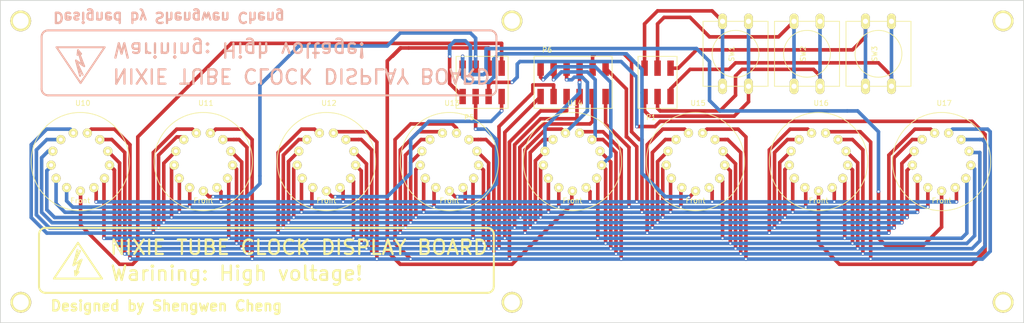
<source format=kicad_pcb>
(kicad_pcb (version 4) (host pcbnew 4.0.2+e4-6225~38~ubuntu14.04.1-stable)

  (general
    (links 116)
    (no_connects 0)
    (area 51.994999 70.493439 252.145001 133.643441)
    (thickness 1.6)
    (drawings 26)
    (tracks 748)
    (zones 0)
    (modules 22)
    (nets 27)
  )

  (page A4)
  (layers
    (0 F.Cu signal)
    (31 B.Cu signal)
    (32 B.Adhes user)
    (33 F.Adhes user)
    (34 B.Paste user)
    (35 F.Paste user)
    (36 B.SilkS user)
    (37 F.SilkS user)
    (38 B.Mask user)
    (39 F.Mask user)
    (40 Dwgs.User user)
    (41 Cmts.User user)
    (42 Eco1.User user)
    (43 Eco2.User user)
    (44 Edge.Cuts user)
    (45 Margin user)
    (46 B.CrtYd user)
    (47 F.CrtYd user)
    (48 B.Fab user)
    (49 F.Fab user)
  )

  (setup
    (last_trace_width 0.25)
    (user_trace_width 0.55)
    (user_trace_width 0.6)
    (user_trace_width 0.7)
    (user_trace_width 0.9)
    (user_trace_width 1.1)
    (user_trace_width 1.3)
    (user_trace_width 1.5)
    (user_trace_width 1.7)
    (trace_clearance 0.2)
    (zone_clearance 0.508)
    (zone_45_only yes)
    (trace_min 0.25)
    (segment_width 0.15)
    (edge_width 0.15)
    (via_size 0.6)
    (via_drill 0.4)
    (via_min_size 0.4)
    (via_min_drill 0.3)
    (uvia_size 0.3)
    (uvia_drill 0.1)
    (uvias_allowed no)
    (uvia_min_size 0.2)
    (uvia_min_drill 0.1)
    (pcb_text_width 0.3)
    (pcb_text_size 1.5 1.5)
    (mod_edge_width 0.15)
    (mod_text_size 1 1)
    (mod_text_width 0.15)
    (pad_size 4.064 4.064)
    (pad_drill 3.08)
    (pad_to_mask_clearance 0.2)
    (aux_axis_origin 0 0)
    (grid_origin 144.96288 117.05844)
    (visible_elements FFFFFF7F)
    (pcbplotparams
      (layerselection 0x01030_80000001)
      (usegerberextensions true)
      (excludeedgelayer true)
      (linewidth 0.100000)
      (plotframeref false)
      (viasonmask false)
      (mode 1)
      (useauxorigin false)
      (hpglpennumber 1)
      (hpglpenspeed 20)
      (hpglpendiameter 15)
      (hpglpenoverlay 2)
      (psnegative false)
      (psa4output false)
      (plotreference true)
      (plotvalue false)
      (plotinvisibletext false)
      (padsonsilk true)
      (subtractmaskfromsilk false)
      (outputformat 1)
      (mirror false)
      (drillshape 0)
      (scaleselection 1)
      (outputdirectory ./Geber))
  )

  (net 0 "")
  (net 1 cathode_comma_left)
  (net 2 cathode_comma_right)
  (net 3 anode1)
  (net 4 cathode1)
  (net 5 cathode2)
  (net 6 cathode3)
  (net 7 cathode4)
  (net 8 anode5)
  (net 9 cathode5)
  (net 10 cathode6)
  (net 11 cathode7)
  (net 12 cathode8)
  (net 13 cathode9)
  (net 14 cathode0)
  (net 15 anode2)
  (net 16 anode6)
  (net 17 anode3)
  (net 18 anode7)
  (net 19 anode4)
  (net 20 anode8)
  (net 21 "Net-(P1-Pad1)")
  (net 22 "Net-(P1-Pad3)")
  (net 23 "Net-(P1-Pad5)")
  (net 24 "Net-(P1-Pad6)")
  (net 25 "Net-(P1-Pad4)")
  (net 26 "Net-(P1-Pad2)")

  (net_class Default "This is the default net class."
    (clearance 0.2)
    (trace_width 0.25)
    (via_dia 0.6)
    (via_drill 0.4)
    (uvia_dia 0.3)
    (uvia_drill 0.1)
    (add_net "Net-(P1-Pad1)")
    (add_net "Net-(P1-Pad2)")
    (add_net "Net-(P1-Pad3)")
    (add_net "Net-(P1-Pad4)")
    (add_net "Net-(P1-Pad5)")
    (add_net "Net-(P1-Pad6)")
    (add_net anode1)
    (add_net anode2)
    (add_net anode3)
    (add_net anode4)
    (add_net anode5)
    (add_net anode6)
    (add_net anode7)
    (add_net anode8)
    (add_net cathode0)
    (add_net cathode1)
    (add_net cathode2)
    (add_net cathode3)
    (add_net cathode4)
    (add_net cathode5)
    (add_net cathode6)
    (add_net cathode7)
    (add_net cathode8)
    (add_net cathode9)
    (add_net cathode_comma_left)
    (add_net cathode_comma_right)
  )

  (module warning:warning (layer B.Cu) (tedit 574EFD04) (tstamp 574F8043)
    (at 67.74688 82.51444)
    (descr "Symbol, High Voltage, Type 2, Copper Top, Very Small,")
    (tags "Symbol, High Voltage, Type 2, Copper Top, Very Small,")
    (fp_text reference REF** (at -11.43 -3.81) (layer B.SilkS) hide
      (effects (font (size 1 1) (thickness 0.15)) (justify mirror))
    )
    (fp_text value Symbol_HighVoltage_Type2_CopperTop_VerySmall (at 8.636 14.224) (layer B.Fab) hide
      (effects (font (size 1 1) (thickness 0.15)) (justify mirror))
    )
    (fp_line (start -0.49784 -2.19964) (end 0.70104 0.89916) (layer B.SilkS) (width 0.381))
    (fp_line (start 0.70104 0.89916) (end 0.1016 0.50038) (layer B.SilkS) (width 0.381))
    (fp_line (start -0.89916 -0.20066) (end 0.40132 2.60096) (layer B.SilkS) (width 0.381))
    (fp_line (start -0.49784 -2.19964) (end 0.1016 -1.50114) (layer B.SilkS) (width 0.381))
    (fp_line (start -0.09906 2.79908) (end -0.89916 -0.20066) (layer B.SilkS) (width 0.381))
    (fp_line (start -0.89916 -0.20066) (end 0.29972 0.59944) (layer B.SilkS) (width 0.381))
    (fp_line (start 0.29972 0.59944) (end -0.49784 -2.19964) (layer B.SilkS) (width 0.381))
    (fp_line (start -0.49784 -2.19964) (end -0.59944 -1.30048) (layer B.SilkS) (width 0.381))
    (fp_line (start 0 4.191) (end 4.699 -2.794) (layer B.SilkS) (width 0.381))
    (fp_line (start 4.699 -2.794) (end -4.699 -2.794) (layer B.SilkS) (width 0.381))
    (fp_line (start -4.699 -2.794) (end 0 4.191) (layer B.SilkS) (width 0.381))
  )

  (module Mounting_Holes:MountingHole_2.2mm_M2 (layer F.Cu) (tedit 579DFB96) (tstamp 574F7AA8)
    (at 152.07 74.56844)
    (descr "Mounting Hole 2.2mm, no annular, M2")
    (tags "mounting hole 2.2mm no annular m2")
    (fp_text reference REF** (at 0 -3.2) (layer F.SilkS) hide
      (effects (font (size 1 1) (thickness 0.15)))
    )
    (fp_text value MountingHole_2.2mm_M2 (at 12.7 0) (layer F.Fab) hide
      (effects (font (size 1 1) (thickness 0.15)))
    )
    (fp_circle (center 0 0) (end 2.2 0) (layer Cmts.User) (width 0.15))
    (fp_circle (center 0 0) (end 2.45 0) (layer F.CrtYd) (width 0.05))
    (pad "" np_thru_hole circle (at 0 0) (size 4.064 4.064) (drill 3.08) (layers *.Cu *.Mask F.SilkS))
  )

  (module Mounting_Holes:MountingHole_2.2mm_M2 (layer F.Cu) (tedit 579DFB85) (tstamp 574F7AA2)
    (at 152.07 129.56844)
    (descr "Mounting Hole 2.2mm, no annular, M2")
    (tags "mounting hole 2.2mm no annular m2")
    (fp_text reference REF** (at 0 -3.2) (layer F.SilkS) hide
      (effects (font (size 1 1) (thickness 0.15)))
    )
    (fp_text value MountingHole_2.2mm_M2 (at 12.7 0) (layer F.Fab) hide
      (effects (font (size 1 1) (thickness 0.15)))
    )
    (fp_circle (center 0 0) (end 2.2 0) (layer Cmts.User) (width 0.15))
    (fp_circle (center 0 0) (end 2.45 0) (layer F.CrtYd) (width 0.05))
    (pad "" np_thru_hole circle (at 0 0) (size 4.064 4.064) (drill 3.08) (layers *.Cu *.Mask F.SilkS))
  )

  (module Mounting_Holes:MountingHole_2.2mm_M2 (layer F.Cu) (tedit 579DFB7C) (tstamp 574F7A9C)
    (at 248.07 129.56844)
    (descr "Mounting Hole 2.2mm, no annular, M2")
    (tags "mounting hole 2.2mm no annular m2")
    (fp_text reference REF** (at 0 -3.2) (layer F.SilkS) hide
      (effects (font (size 1 1) (thickness 0.15)))
    )
    (fp_text value MountingHole_2.2mm_M2 (at 12.7 0) (layer F.Fab) hide
      (effects (font (size 1 1) (thickness 0.15)))
    )
    (fp_circle (center 0 0) (end 2.2 0) (layer Cmts.User) (width 0.15))
    (fp_circle (center 0 0) (end 2.45 0) (layer F.CrtYd) (width 0.05))
    (pad "" np_thru_hole circle (at 0 0) (size 4.064 4.064) (drill 3.08) (layers *.Cu *.Mask F.SilkS))
  )

  (module Mounting_Holes:MountingHole_2.2mm_M2 (layer F.Cu) (tedit 579DFB74) (tstamp 574F7A96)
    (at 248.07 74.56844)
    (descr "Mounting Hole 2.2mm, no annular, M2")
    (tags "mounting hole 2.2mm no annular m2")
    (fp_text reference REF** (at 0 -3.2) (layer F.SilkS) hide
      (effects (font (size 1 1) (thickness 0.15)))
    )
    (fp_text value MountingHole_2.2mm_M2 (at 12.7 0) (layer F.Fab) hide
      (effects (font (size 1 1) (thickness 0.15)))
    )
    (fp_circle (center 0 0) (end 2.2 0) (layer Cmts.User) (width 0.15))
    (fp_circle (center 0 0) (end 2.45 0) (layer F.CrtYd) (width 0.05))
    (pad "" np_thru_hole circle (at 0 0) (size 4.064 4.064) (drill 3.08) (layers *.Cu *.Mask F.SilkS))
  )

  (module Mounting_Holes:MountingHole_2.2mm_M2 (layer F.Cu) (tedit 579DFB8B) (tstamp 574F7A8A)
    (at 56.07 129.56844)
    (descr "Mounting Hole 2.2mm, no annular, M2")
    (tags "mounting hole 2.2mm no annular m2")
    (fp_text reference REF** (at 0 -3.2) (layer F.SilkS) hide
      (effects (font (size 1 1) (thickness 0.15)))
    )
    (fp_text value MountingHole_2.2mm_M2 (at 12.7 0) (layer F.Fab) hide
      (effects (font (size 1 1) (thickness 0.15)))
    )
    (fp_circle (center 0 0) (end 2.2 0) (layer Cmts.User) (width 0.15))
    (fp_circle (center 0 0) (end 2.45 0) (layer F.CrtYd) (width 0.05))
    (pad "" np_thru_hole circle (at 0 0) (size 4.064 4.064) (drill 3.08) (layers *.Cu *.Mask F.SilkS))
  )

  (module Mounting_Holes:MountingHole_2.2mm_M2 (layer F.Cu) (tedit 579DFB91) (tstamp 574F7A24)
    (at 56.07 74.56844)
    (descr "Mounting Hole 2.2mm, no annular, M2")
    (tags "mounting hole 2.2mm no annular m2")
    (fp_text reference REF** (at 0 -3.2) (layer F.SilkS) hide
      (effects (font (size 1 1) (thickness 0.15)))
    )
    (fp_text value MountingHole_2.2mm_M2 (at 12.7 0) (layer F.Fab) hide
      (effects (font (size 1 1) (thickness 0.15)))
    )
    (fp_circle (center 0 0) (end 2.2 0) (layer Cmts.User) (width 0.15))
    (fp_circle (center 0 0) (end 2.45 0) (layer F.CrtYd) (width 0.05))
    (pad "" np_thru_hole circle (at -0.02488 0) (size 4.064 4.064) (drill 3.08) (layers *.Cu *.Mask F.SilkS))
  )

  (module SMD_PIN_2_BY_3:SMD_PIN_2_BY_3 (layer F.Cu) (tedit 573D26B8) (tstamp 573D280F)
    (at 177.98288 85.30844)
    (path /5646AE2C/573D2ACB)
    (fp_text reference P1 (at 1.27 8.12) (layer F.SilkS)
      (effects (font (size 1 1) (thickness 0.15)))
    )
    (fp_text value CONN_02X03 (at 3.81 -5.58) (layer F.Fab)
      (effects (font (size 1 1) (thickness 0.15)))
    )
    (fp_line (start -1.27 -3.81) (end 6.35 -3.81) (layer F.SilkS) (width 0.15))
    (fp_line (start 6.35 -3.81) (end 6.35 6.35) (layer F.SilkS) (width 0.15))
    (fp_line (start 6.35 6.35) (end -1.27 6.35) (layer F.SilkS) (width 0.15))
    (fp_line (start -1.27 6.35) (end -1.27 -3.81) (layer F.SilkS) (width 0.15))
    (pad 1 smd rect (at 0 4.04) (size 1.27 3) (layers F.Cu F.Paste F.Mask)
      (net 21 "Net-(P1-Pad1)"))
    (pad 3 smd rect (at 2.54 4.04) (size 1.27 3) (layers F.Cu F.Paste F.Mask)
      (net 22 "Net-(P1-Pad3)"))
    (pad 5 smd rect (at 5.08 4.04) (size 1.27 3) (layers F.Cu F.Paste F.Mask)
      (net 23 "Net-(P1-Pad5)"))
    (pad 6 smd rect (at 5.08 -1.5) (size 1.27 3) (layers F.Cu F.Paste F.Mask)
      (net 24 "Net-(P1-Pad6)"))
    (pad 4 smd rect (at 2.54 -1.5) (size 1.27 3) (layers F.Cu F.Paste F.Mask)
      (net 25 "Net-(P1-Pad4)"))
    (pad 2 smd rect (at 0 -1.5) (size 1.27 3) (layers F.Cu F.Paste F.Mask)
      (net 26 "Net-(P1-Pad2)"))
  )

  (module SMD_PIN_2_BY_4:SMD_PIN_2_BY_4 (layer F.Cu) (tedit 573C237B) (tstamp 573C1F93)
    (at 142.42288 85.30844)
    (path /5646AE2C/56A3C4CF)
    (fp_text reference P5 (at 1.27 8.12) (layer F.SilkS)
      (effects (font (size 1 1) (thickness 0.15)))
    )
    (fp_text value CONN_01X08 (at 3.81 -5.58) (layer F.Fab)
      (effects (font (size 1 1) (thickness 0.15)))
    )
    (fp_line (start -1.27 -3.81) (end 8.89 -3.81) (layer F.SilkS) (width 0.15))
    (fp_line (start 8.89 -3.81) (end 8.89 6.35) (layer F.SilkS) (width 0.15))
    (fp_line (start 8.89 6.35) (end -1.27 6.35) (layer F.SilkS) (width 0.15))
    (fp_line (start -1.27 6.35) (end -1.27 -3.81) (layer F.SilkS) (width 0.15))
    (pad 1 smd rect (at 0 4.04) (size 1.27 3) (layers F.Cu F.Paste F.Mask)
      (net 20 anode8))
    (pad 3 smd rect (at 2.54 4.04) (size 1.27 3) (layers F.Cu F.Paste F.Mask)
      (net 16 anode6))
    (pad 7 smd rect (at 7.62 4.04) (size 1.27 3) (layers F.Cu F.Paste F.Mask)
      (net 15 anode2))
    (pad 5 smd rect (at 5.08 4.04) (size 1.27 3) (layers F.Cu F.Paste F.Mask)
      (net 19 anode4))
    (pad 6 smd rect (at 5.08 -1.5) (size 1.27 3) (layers F.Cu F.Paste F.Mask)
      (net 17 anode3))
    (pad 8 smd rect (at 7.62 -1.5) (size 1.27 3) (layers F.Cu F.Paste F.Mask)
      (net 3 anode1))
    (pad 4 smd rect (at 2.54 -1.5) (size 1.27 3) (layers F.Cu F.Paste F.Mask)
      (net 8 anode5))
    (pad 2 smd rect (at 0 -1.5) (size 1.27 3) (layers F.Cu F.Paste F.Mask)
      (net 18 anode7))
  )

  (module SMD_PIN_2_BY_6:SMD_PIN_2_BY_6 (layer F.Cu) (tedit 573C23E9) (tstamp 573C1F9E)
    (at 157.66288 85.30844)
    (path /5646AE2C/56A3E427)
    (fp_text reference P6 (at 1.27 -5.08) (layer F.SilkS)
      (effects (font (size 1 1) (thickness 0.15)))
    )
    (fp_text value CONN_01X12 (at 5.08 7.62) (layer F.Fab)
      (effects (font (size 1 1) (thickness 0.15)))
    )
    (fp_line (start -1.27 -3.81) (end 13.97 -3.81) (layer F.SilkS) (width 0.15))
    (fp_line (start 13.97 -3.81) (end 13.97 6.35) (layer F.SilkS) (width 0.15))
    (fp_line (start 13.97 6.35) (end -1.27 6.35) (layer F.SilkS) (width 0.15))
    (fp_line (start -1.27 6.35) (end -1.27 -3.81) (layer F.SilkS) (width 0.15))
    (pad 12 smd rect (at 12.7 -1.5) (size 1.27 3) (layers F.Cu F.Paste F.Mask)
      (net 2 cathode_comma_right))
    (pad 10 smd rect (at 10.16 -1.5) (size 1.27 3) (layers F.Cu F.Paste F.Mask)
      (net 4 cathode1))
    (pad 9 smd rect (at 10.16 4.04) (size 1.27 3) (layers F.Cu F.Paste F.Mask)
      (net 5 cathode2))
    (pad 11 smd rect (at 12.7 4.04) (size 1.27 3) (layers F.Cu F.Paste F.Mask)
      (net 1 cathode_comma_left))
    (pad 1 smd rect (at 0 4.04) (size 1.27 3) (layers F.Cu F.Paste F.Mask)
      (net 14 cathode0))
    (pad 3 smd rect (at 2.54 4.04) (size 1.27 3) (layers F.Cu F.Paste F.Mask)
      (net 12 cathode8))
    (pad 7 smd rect (at 7.62 4.04) (size 1.27 3) (layers F.Cu F.Paste F.Mask)
      (net 7 cathode4))
    (pad 5 smd rect (at 5.08 4.04) (size 1.27 3) (layers F.Cu F.Paste F.Mask)
      (net 10 cathode6))
    (pad 6 smd rect (at 5.08 -1.5) (size 1.27 3) (layers F.Cu F.Paste F.Mask)
      (net 9 cathode5))
    (pad 8 smd rect (at 7.62 -1.5) (size 1.27 3) (layers F.Cu F.Paste F.Mask)
      (net 6 cathode3))
    (pad 4 smd rect (at 2.54 -1.5) (size 1.27 3) (layers F.Cu F.Paste F.Mask)
      (net 11 cathode7))
    (pad 2 smd rect (at 0 -1.5) (size 1.27 3) (layers F.Cu F.Paste F.Mask)
      (net 13 cathode9))
  )

  (module IN-14:IN-14 (layer F.Cu) (tedit 574C59C8) (tstamp 56A350AA)
    (at 67.69 102.06844)
    (path /5646AE2C/5649391C)
    (fp_text reference U10 (at 0.5 -11.43) (layer F.SilkS)
      (effects (font (size 1 1) (thickness 0.15)))
    )
    (fp_text value IN-14 (at 0 -8.12) (layer F.Fab)
      (effects (font (size 1 1) (thickness 0.15)))
    )
    (fp_text user Front (at 0 7.62) (layer F.SilkS)
      (effects (font (size 1 1) (thickness 0.15)))
    )
    (fp_circle (center 0 0) (end 0 9.6) (layer F.SilkS) (width 0.15))
    (pad 1 thru_hole circle (at 0 5.75) (size 1.8 1.8) (drill 0.762) (layers *.Cu *.Mask F.SilkS)
      (net 3 anode1))
    (pad 2 thru_hole circle (at -2.672842 5.091013) (size 1.8 1.8) (drill 0.762) (layers *.Cu *.Mask F.SilkS)
      (net 1 cathode_comma_left))
    (pad 3 thru_hole circle (at -4.733034 3.265102) (size 1.8 1.8) (drill 0.762) (layers *.Cu *.Mask F.SilkS)
      (net 4 cathode1))
    (pad 4 thru_hole circle (at -5.708355 0.690787) (size 1.8 1.8) (drill 0.762) (layers *.Cu *.Mask F.SilkS)
      (net 5 cathode2))
    (pad 5 thru_hole circle (at -5.375248 -2.041865) (size 1.8 1.8) (drill 0.762) (layers *.Cu *.Mask F.SilkS)
      (net 6 cathode3))
    (pad 6 thru_hole circle (at -3.810065 -4.306495) (size 1.8 1.8) (drill 0.762) (layers *.Cu *.Mask F.SilkS)
      (net 7 cathode4))
    (pad 7 thru_hole circle (at -1.371567 -5.584022) (size 1.8 1.8) (drill 0.762) (layers *.Cu *.Mask F.SilkS)
      (net 9 cathode5))
    (pad 8 thru_hole circle (at 1.381311 -5.58162) (size 1.8 1.8) (drill 0.762) (layers *.Cu *.Mask F.SilkS)
      (net 10 cathode6))
    (pad 9 thru_hole circle (at 3.817576 -4.299839) (size 1.8 1.8) (drill 0.762) (layers *.Cu *.Mask F.SilkS)
      (net 11 cathode7))
    (pad 10 thru_hole circle (at 5.378803 -2.03248) (size 1.8 1.8) (drill 0.762) (layers *.Cu *.Mask F.SilkS)
      (net 12 cathode8))
    (pad 11 thru_hole circle (at 5.70714 0.700749) (size 1.8 1.8) (drill 0.762) (layers *.Cu *.Mask F.SilkS)
      (net 13 cathode9))
    (pad 12 thru_hole circle (at 4.727328 3.273357) (size 1.8 1.8) (drill 0.762) (layers *.Cu *.Mask F.SilkS)
      (net 14 cathode0))
    (pad 13 thru_hole circle (at 2.663952 5.095671) (size 1.8 1.8) (drill 0.762) (layers *.Cu *.Mask F.SilkS)
      (net 2 cathode_comma_right))
  )

  (module IN-14:IN-14 (layer F.Cu) (tedit 574C59C8) (tstamp 56A350BB)
    (at 91.74 102.06844)
    (path /5646AE2C/5649725A)
    (fp_text reference U11 (at 0.5 -11.43) (layer F.SilkS)
      (effects (font (size 1 1) (thickness 0.15)))
    )
    (fp_text value IN-14 (at 0 -8.12) (layer F.Fab)
      (effects (font (size 1 1) (thickness 0.15)))
    )
    (fp_text user Front (at 0 7.62) (layer F.SilkS)
      (effects (font (size 1 1) (thickness 0.15)))
    )
    (fp_circle (center 0 0) (end 0 9.6) (layer F.SilkS) (width 0.15))
    (pad 1 thru_hole circle (at 0 5.75) (size 1.8 1.8) (drill 0.762) (layers *.Cu *.Mask F.SilkS)
      (net 8 anode5))
    (pad 2 thru_hole circle (at -2.672842 5.091013) (size 1.8 1.8) (drill 0.762) (layers *.Cu *.Mask F.SilkS)
      (net 1 cathode_comma_left))
    (pad 3 thru_hole circle (at -4.733034 3.265102) (size 1.8 1.8) (drill 0.762) (layers *.Cu *.Mask F.SilkS)
      (net 4 cathode1))
    (pad 4 thru_hole circle (at -5.708355 0.690787) (size 1.8 1.8) (drill 0.762) (layers *.Cu *.Mask F.SilkS)
      (net 5 cathode2))
    (pad 5 thru_hole circle (at -5.375248 -2.041865) (size 1.8 1.8) (drill 0.762) (layers *.Cu *.Mask F.SilkS)
      (net 6 cathode3))
    (pad 6 thru_hole circle (at -3.810065 -4.306495) (size 1.8 1.8) (drill 0.762) (layers *.Cu *.Mask F.SilkS)
      (net 7 cathode4))
    (pad 7 thru_hole circle (at -1.371567 -5.584022) (size 1.8 1.8) (drill 0.762) (layers *.Cu *.Mask F.SilkS)
      (net 9 cathode5))
    (pad 8 thru_hole circle (at 1.381311 -5.58162) (size 1.8 1.8) (drill 0.762) (layers *.Cu *.Mask F.SilkS)
      (net 10 cathode6))
    (pad 9 thru_hole circle (at 3.817576 -4.299839) (size 1.8 1.8) (drill 0.762) (layers *.Cu *.Mask F.SilkS)
      (net 11 cathode7))
    (pad 10 thru_hole circle (at 5.378803 -2.03248) (size 1.8 1.8) (drill 0.762) (layers *.Cu *.Mask F.SilkS)
      (net 12 cathode8))
    (pad 11 thru_hole circle (at 5.70714 0.700749) (size 1.8 1.8) (drill 0.762) (layers *.Cu *.Mask F.SilkS)
      (net 13 cathode9))
    (pad 12 thru_hole circle (at 4.727328 3.273357) (size 1.8 1.8) (drill 0.762) (layers *.Cu *.Mask F.SilkS)
      (net 14 cathode0))
    (pad 13 thru_hole circle (at 2.663952 5.095671) (size 1.8 1.8) (drill 0.762) (layers *.Cu *.Mask F.SilkS)
      (net 2 cathode_comma_right))
  )

  (module IN-14:IN-14 (layer F.Cu) (tedit 574C59C8) (tstamp 56A350CC)
    (at 115.79 102.06844)
    (path /5646AE2C/56493A41)
    (fp_text reference U12 (at 0.5 -11.43) (layer F.SilkS)
      (effects (font (size 1 1) (thickness 0.15)))
    )
    (fp_text value IN-14 (at 0 -8.12) (layer F.Fab)
      (effects (font (size 1 1) (thickness 0.15)))
    )
    (fp_text user Front (at 0 7.62) (layer F.SilkS)
      (effects (font (size 1 1) (thickness 0.15)))
    )
    (fp_circle (center 0 0) (end 0 9.6) (layer F.SilkS) (width 0.15))
    (pad 1 thru_hole circle (at 0 5.75) (size 1.8 1.8) (drill 0.762) (layers *.Cu *.Mask F.SilkS)
      (net 15 anode2))
    (pad 2 thru_hole circle (at -2.672842 5.091013) (size 1.8 1.8) (drill 0.762) (layers *.Cu *.Mask F.SilkS)
      (net 1 cathode_comma_left))
    (pad 3 thru_hole circle (at -4.733034 3.265102) (size 1.8 1.8) (drill 0.762) (layers *.Cu *.Mask F.SilkS)
      (net 4 cathode1))
    (pad 4 thru_hole circle (at -5.708355 0.690787) (size 1.8 1.8) (drill 0.762) (layers *.Cu *.Mask F.SilkS)
      (net 5 cathode2))
    (pad 5 thru_hole circle (at -5.375248 -2.041865) (size 1.8 1.8) (drill 0.762) (layers *.Cu *.Mask F.SilkS)
      (net 6 cathode3))
    (pad 6 thru_hole circle (at -3.810065 -4.306495) (size 1.8 1.8) (drill 0.762) (layers *.Cu *.Mask F.SilkS)
      (net 7 cathode4))
    (pad 7 thru_hole circle (at -1.371567 -5.584022) (size 1.8 1.8) (drill 0.762) (layers *.Cu *.Mask F.SilkS)
      (net 9 cathode5))
    (pad 8 thru_hole circle (at 1.381311 -5.58162) (size 1.8 1.8) (drill 0.762) (layers *.Cu *.Mask F.SilkS)
      (net 10 cathode6))
    (pad 9 thru_hole circle (at 3.817576 -4.299839) (size 1.8 1.8) (drill 0.762) (layers *.Cu *.Mask F.SilkS)
      (net 11 cathode7))
    (pad 10 thru_hole circle (at 5.378803 -2.03248) (size 1.8 1.8) (drill 0.762) (layers *.Cu *.Mask F.SilkS)
      (net 12 cathode8))
    (pad 11 thru_hole circle (at 5.70714 0.700749) (size 1.8 1.8) (drill 0.762) (layers *.Cu *.Mask F.SilkS)
      (net 13 cathode9))
    (pad 12 thru_hole circle (at 4.727328 3.273357) (size 1.8 1.8) (drill 0.762) (layers *.Cu *.Mask F.SilkS)
      (net 14 cathode0))
    (pad 13 thru_hole circle (at 2.663952 5.095671) (size 1.8 1.8) (drill 0.762) (layers *.Cu *.Mask F.SilkS)
      (net 2 cathode_comma_right))
  )

  (module IN-14:IN-14 (layer F.Cu) (tedit 574C59C8) (tstamp 56A350DD)
    (at 139.84 102.06844)
    (path /5646AE2C/56497260)
    (fp_text reference U13 (at 0.5 -11.43) (layer F.SilkS)
      (effects (font (size 1 1) (thickness 0.15)))
    )
    (fp_text value IN-14 (at 0 -8.12) (layer F.Fab)
      (effects (font (size 1 1) (thickness 0.15)))
    )
    (fp_text user Front (at 0 7.62) (layer F.SilkS)
      (effects (font (size 1 1) (thickness 0.15)))
    )
    (fp_circle (center 0 0) (end 0 9.6) (layer F.SilkS) (width 0.15))
    (pad 1 thru_hole circle (at 0 5.75) (size 1.8 1.8) (drill 0.762) (layers *.Cu *.Mask F.SilkS)
      (net 16 anode6))
    (pad 2 thru_hole circle (at -2.672842 5.091013) (size 1.8 1.8) (drill 0.762) (layers *.Cu *.Mask F.SilkS)
      (net 1 cathode_comma_left))
    (pad 3 thru_hole circle (at -4.733034 3.265102) (size 1.8 1.8) (drill 0.762) (layers *.Cu *.Mask F.SilkS)
      (net 4 cathode1))
    (pad 4 thru_hole circle (at -5.708355 0.690787) (size 1.8 1.8) (drill 0.762) (layers *.Cu *.Mask F.SilkS)
      (net 5 cathode2))
    (pad 5 thru_hole circle (at -5.375248 -2.041865) (size 1.8 1.8) (drill 0.762) (layers *.Cu *.Mask F.SilkS)
      (net 6 cathode3))
    (pad 6 thru_hole circle (at -3.810065 -4.306495) (size 1.8 1.8) (drill 0.762) (layers *.Cu *.Mask F.SilkS)
      (net 7 cathode4))
    (pad 7 thru_hole circle (at -1.371567 -5.584022) (size 1.8 1.8) (drill 0.762) (layers *.Cu *.Mask F.SilkS)
      (net 9 cathode5))
    (pad 8 thru_hole circle (at 1.381311 -5.58162) (size 1.8 1.8) (drill 0.762) (layers *.Cu *.Mask F.SilkS)
      (net 10 cathode6))
    (pad 9 thru_hole circle (at 3.817576 -4.299839) (size 1.8 1.8) (drill 0.762) (layers *.Cu *.Mask F.SilkS)
      (net 11 cathode7))
    (pad 10 thru_hole circle (at 5.378803 -2.03248) (size 1.8 1.8) (drill 0.762) (layers *.Cu *.Mask F.SilkS)
      (net 12 cathode8))
    (pad 11 thru_hole circle (at 5.70714 0.700749) (size 1.8 1.8) (drill 0.762) (layers *.Cu *.Mask F.SilkS)
      (net 13 cathode9))
    (pad 12 thru_hole circle (at 4.727328 3.273357) (size 1.8 1.8) (drill 0.762) (layers *.Cu *.Mask F.SilkS)
      (net 14 cathode0))
    (pad 13 thru_hole circle (at 2.663952 5.095671) (size 1.8 1.8) (drill 0.762) (layers *.Cu *.Mask F.SilkS)
      (net 2 cathode_comma_right))
  )

  (module IN-14:IN-14 (layer F.Cu) (tedit 574C59C8) (tstamp 56A350EE)
    (at 163.89 102.06844)
    (path /5646AE2C/56493B81)
    (fp_text reference U14 (at 0.5 -11.43) (layer F.SilkS)
      (effects (font (size 1 1) (thickness 0.15)))
    )
    (fp_text value IN-14 (at 0 -8.12) (layer F.Fab)
      (effects (font (size 1 1) (thickness 0.15)))
    )
    (fp_text user Front (at 0 7.62) (layer F.SilkS)
      (effects (font (size 1 1) (thickness 0.15)))
    )
    (fp_circle (center 0 0) (end 0 9.6) (layer F.SilkS) (width 0.15))
    (pad 1 thru_hole circle (at 0 5.75) (size 1.8 1.8) (drill 0.762) (layers *.Cu *.Mask F.SilkS)
      (net 17 anode3))
    (pad 2 thru_hole circle (at -2.672842 5.091013) (size 1.8 1.8) (drill 0.762) (layers *.Cu *.Mask F.SilkS)
      (net 1 cathode_comma_left))
    (pad 3 thru_hole circle (at -4.733034 3.265102) (size 1.8 1.8) (drill 0.762) (layers *.Cu *.Mask F.SilkS)
      (net 4 cathode1))
    (pad 4 thru_hole circle (at -5.708355 0.690787) (size 1.8 1.8) (drill 0.762) (layers *.Cu *.Mask F.SilkS)
      (net 5 cathode2))
    (pad 5 thru_hole circle (at -5.375248 -2.041865) (size 1.8 1.8) (drill 0.762) (layers *.Cu *.Mask F.SilkS)
      (net 6 cathode3))
    (pad 6 thru_hole circle (at -3.810065 -4.306495) (size 1.8 1.8) (drill 0.762) (layers *.Cu *.Mask F.SilkS)
      (net 7 cathode4))
    (pad 7 thru_hole circle (at -1.371567 -5.584022) (size 1.8 1.8) (drill 0.762) (layers *.Cu *.Mask F.SilkS)
      (net 9 cathode5))
    (pad 8 thru_hole circle (at 1.381311 -5.58162) (size 1.8 1.8) (drill 0.762) (layers *.Cu *.Mask F.SilkS)
      (net 10 cathode6))
    (pad 9 thru_hole circle (at 3.817576 -4.299839) (size 1.8 1.8) (drill 0.762) (layers *.Cu *.Mask F.SilkS)
      (net 11 cathode7))
    (pad 10 thru_hole circle (at 5.378803 -2.03248) (size 1.8 1.8) (drill 0.762) (layers *.Cu *.Mask F.SilkS)
      (net 12 cathode8))
    (pad 11 thru_hole circle (at 5.70714 0.700749) (size 1.8 1.8) (drill 0.762) (layers *.Cu *.Mask F.SilkS)
      (net 13 cathode9))
    (pad 12 thru_hole circle (at 4.727328 3.273357) (size 1.8 1.8) (drill 0.762) (layers *.Cu *.Mask F.SilkS)
      (net 14 cathode0))
    (pad 13 thru_hole circle (at 2.663952 5.095671) (size 1.8 1.8) (drill 0.762) (layers *.Cu *.Mask F.SilkS)
      (net 2 cathode_comma_right))
  )

  (module IN-14:IN-14 (layer F.Cu) (tedit 574C59C8) (tstamp 56A350FF)
    (at 187.94 102.06844)
    (path /5646AE2C/56497266)
    (fp_text reference U15 (at 0.5 -11.43) (layer F.SilkS)
      (effects (font (size 1 1) (thickness 0.15)))
    )
    (fp_text value IN-14 (at 0 -8.12) (layer F.Fab)
      (effects (font (size 1 1) (thickness 0.15)))
    )
    (fp_text user Front (at 0 7.62) (layer F.SilkS)
      (effects (font (size 1 1) (thickness 0.15)))
    )
    (fp_circle (center 0 0) (end 0 9.6) (layer F.SilkS) (width 0.15))
    (pad 1 thru_hole circle (at 0 5.75) (size 1.8 1.8) (drill 0.762) (layers *.Cu *.Mask F.SilkS)
      (net 18 anode7))
    (pad 2 thru_hole circle (at -2.672842 5.091013) (size 1.8 1.8) (drill 0.762) (layers *.Cu *.Mask F.SilkS)
      (net 1 cathode_comma_left))
    (pad 3 thru_hole circle (at -4.733034 3.265102) (size 1.8 1.8) (drill 0.762) (layers *.Cu *.Mask F.SilkS)
      (net 4 cathode1))
    (pad 4 thru_hole circle (at -5.708355 0.690787) (size 1.8 1.8) (drill 0.762) (layers *.Cu *.Mask F.SilkS)
      (net 5 cathode2))
    (pad 5 thru_hole circle (at -5.375248 -2.041865) (size 1.8 1.8) (drill 0.762) (layers *.Cu *.Mask F.SilkS)
      (net 6 cathode3))
    (pad 6 thru_hole circle (at -3.810065 -4.306495) (size 1.8 1.8) (drill 0.762) (layers *.Cu *.Mask F.SilkS)
      (net 7 cathode4))
    (pad 7 thru_hole circle (at -1.371567 -5.584022) (size 1.8 1.8) (drill 0.762) (layers *.Cu *.Mask F.SilkS)
      (net 9 cathode5))
    (pad 8 thru_hole circle (at 1.381311 -5.58162) (size 1.8 1.8) (drill 0.762) (layers *.Cu *.Mask F.SilkS)
      (net 10 cathode6))
    (pad 9 thru_hole circle (at 3.817576 -4.299839) (size 1.8 1.8) (drill 0.762) (layers *.Cu *.Mask F.SilkS)
      (net 11 cathode7))
    (pad 10 thru_hole circle (at 5.378803 -2.03248) (size 1.8 1.8) (drill 0.762) (layers *.Cu *.Mask F.SilkS)
      (net 12 cathode8))
    (pad 11 thru_hole circle (at 5.70714 0.700749) (size 1.8 1.8) (drill 0.762) (layers *.Cu *.Mask F.SilkS)
      (net 13 cathode9))
    (pad 12 thru_hole circle (at 4.727328 3.273357) (size 1.8 1.8) (drill 0.762) (layers *.Cu *.Mask F.SilkS)
      (net 14 cathode0))
    (pad 13 thru_hole circle (at 2.663952 5.095671) (size 1.8 1.8) (drill 0.762) (layers *.Cu *.Mask F.SilkS)
      (net 2 cathode_comma_right))
  )

  (module IN-14:IN-14 (layer F.Cu) (tedit 574C59C8) (tstamp 56A35110)
    (at 211.99 102.06844)
    (path /5646AE2C/56493B87)
    (fp_text reference U16 (at 0.5 -11.43) (layer F.SilkS)
      (effects (font (size 1 1) (thickness 0.15)))
    )
    (fp_text value IN-14 (at 0 -8.12) (layer F.Fab)
      (effects (font (size 1 1) (thickness 0.15)))
    )
    (fp_text user Front (at 0 7.62) (layer F.SilkS)
      (effects (font (size 1 1) (thickness 0.15)))
    )
    (fp_circle (center 0 0) (end 0 9.6) (layer F.SilkS) (width 0.15))
    (pad 1 thru_hole circle (at 0 5.75) (size 1.8 1.8) (drill 0.762) (layers *.Cu *.Mask F.SilkS)
      (net 19 anode4))
    (pad 2 thru_hole circle (at -2.672842 5.091013) (size 1.8 1.8) (drill 0.762) (layers *.Cu *.Mask F.SilkS)
      (net 1 cathode_comma_left))
    (pad 3 thru_hole circle (at -4.733034 3.265102) (size 1.8 1.8) (drill 0.762) (layers *.Cu *.Mask F.SilkS)
      (net 4 cathode1))
    (pad 4 thru_hole circle (at -5.708355 0.690787) (size 1.8 1.8) (drill 0.762) (layers *.Cu *.Mask F.SilkS)
      (net 5 cathode2))
    (pad 5 thru_hole circle (at -5.375248 -2.041865) (size 1.8 1.8) (drill 0.762) (layers *.Cu *.Mask F.SilkS)
      (net 6 cathode3))
    (pad 6 thru_hole circle (at -3.810065 -4.306495) (size 1.8 1.8) (drill 0.762) (layers *.Cu *.Mask F.SilkS)
      (net 7 cathode4))
    (pad 7 thru_hole circle (at -1.371567 -5.584022) (size 1.8 1.8) (drill 0.762) (layers *.Cu *.Mask F.SilkS)
      (net 9 cathode5))
    (pad 8 thru_hole circle (at 1.381311 -5.58162) (size 1.8 1.8) (drill 0.762) (layers *.Cu *.Mask F.SilkS)
      (net 10 cathode6))
    (pad 9 thru_hole circle (at 3.817576 -4.299839) (size 1.8 1.8) (drill 0.762) (layers *.Cu *.Mask F.SilkS)
      (net 11 cathode7))
    (pad 10 thru_hole circle (at 5.378803 -2.03248) (size 1.8 1.8) (drill 0.762) (layers *.Cu *.Mask F.SilkS)
      (net 12 cathode8))
    (pad 11 thru_hole circle (at 5.70714 0.700749) (size 1.8 1.8) (drill 0.762) (layers *.Cu *.Mask F.SilkS)
      (net 13 cathode9))
    (pad 12 thru_hole circle (at 4.727328 3.273357) (size 1.8 1.8) (drill 0.762) (layers *.Cu *.Mask F.SilkS)
      (net 14 cathode0))
    (pad 13 thru_hole circle (at 2.663952 5.095671) (size 1.8 1.8) (drill 0.762) (layers *.Cu *.Mask F.SilkS)
      (net 2 cathode_comma_right))
  )

  (module IN-14:IN-14 (layer F.Cu) (tedit 574C59C8) (tstamp 56A35121)
    (at 236.04 102.06844)
    (path /5646AE2C/5649726C)
    (fp_text reference U17 (at 0.5 -11.43) (layer F.SilkS)
      (effects (font (size 1 1) (thickness 0.15)))
    )
    (fp_text value IN-14 (at 0 -8.12) (layer F.Fab)
      (effects (font (size 1 1) (thickness 0.15)))
    )
    (fp_text user Front (at 0 7.62) (layer F.SilkS)
      (effects (font (size 1 1) (thickness 0.15)))
    )
    (fp_circle (center 0 0) (end 0 9.6) (layer F.SilkS) (width 0.15))
    (pad 1 thru_hole circle (at 0 5.75) (size 1.8 1.8) (drill 0.762) (layers *.Cu *.Mask F.SilkS)
      (net 20 anode8))
    (pad 2 thru_hole circle (at -2.672842 5.091013) (size 1.8 1.8) (drill 0.762) (layers *.Cu *.Mask F.SilkS)
      (net 1 cathode_comma_left))
    (pad 3 thru_hole circle (at -4.733034 3.265102) (size 1.8 1.8) (drill 0.762) (layers *.Cu *.Mask F.SilkS)
      (net 4 cathode1))
    (pad 4 thru_hole circle (at -5.708355 0.690787) (size 1.8 1.8) (drill 0.762) (layers *.Cu *.Mask F.SilkS)
      (net 5 cathode2))
    (pad 5 thru_hole circle (at -5.375248 -2.041865) (size 1.8 1.8) (drill 0.762) (layers *.Cu *.Mask F.SilkS)
      (net 6 cathode3))
    (pad 6 thru_hole circle (at -3.810065 -4.306495) (size 1.8 1.8) (drill 0.762) (layers *.Cu *.Mask F.SilkS)
      (net 7 cathode4))
    (pad 7 thru_hole circle (at -1.371567 -5.584022) (size 1.8 1.8) (drill 0.762) (layers *.Cu *.Mask F.SilkS)
      (net 9 cathode5))
    (pad 8 thru_hole circle (at 1.381311 -5.58162) (size 1.8 1.8) (drill 0.762) (layers *.Cu *.Mask F.SilkS)
      (net 10 cathode6))
    (pad 9 thru_hole circle (at 3.817576 -4.299839) (size 1.8 1.8) (drill 0.762) (layers *.Cu *.Mask F.SilkS)
      (net 11 cathode7))
    (pad 10 thru_hole circle (at 5.378803 -2.03248) (size 1.8 1.8) (drill 0.762) (layers *.Cu *.Mask F.SilkS)
      (net 12 cathode8))
    (pad 11 thru_hole circle (at 5.70714 0.700749) (size 1.8 1.8) (drill 0.762) (layers *.Cu *.Mask F.SilkS)
      (net 13 cathode9))
    (pad 12 thru_hole circle (at 4.727328 3.273357) (size 1.8 1.8) (drill 0.762) (layers *.Cu *.Mask F.SilkS)
      (net 14 cathode0))
    (pad 13 thru_hole circle (at 2.663952 5.095671) (size 1.8 1.8) (drill 0.762) (layers *.Cu *.Mask F.SilkS)
      (net 2 cathode_comma_right))
  )

  (module warning:warning (layer F.Cu) (tedit 574EFD04) (tstamp 574F7F84)
    (at 67.23888 122.13844)
    (descr "Symbol, High Voltage, Type 2, Copper Top, Very Small,")
    (tags "Symbol, High Voltage, Type 2, Copper Top, Very Small,")
    (fp_text reference REF** (at -11.43 3.81) (layer F.SilkS) hide
      (effects (font (size 1 1) (thickness 0.15)))
    )
    (fp_text value Symbol_HighVoltage_Type2_CopperTop_VerySmall (at 8.636 -14.224) (layer F.Fab) hide
      (effects (font (size 1 1) (thickness 0.15)))
    )
    (fp_line (start -0.49784 2.19964) (end 0.70104 -0.89916) (layer F.SilkS) (width 0.381))
    (fp_line (start 0.70104 -0.89916) (end 0.1016 -0.50038) (layer F.SilkS) (width 0.381))
    (fp_line (start -0.89916 0.20066) (end 0.40132 -2.60096) (layer F.SilkS) (width 0.381))
    (fp_line (start -0.49784 2.19964) (end 0.1016 1.50114) (layer F.SilkS) (width 0.381))
    (fp_line (start -0.09906 -2.79908) (end -0.89916 0.20066) (layer F.SilkS) (width 0.381))
    (fp_line (start -0.89916 0.20066) (end 0.29972 -0.59944) (layer F.SilkS) (width 0.381))
    (fp_line (start 0.29972 -0.59944) (end -0.49784 2.19964) (layer F.SilkS) (width 0.381))
    (fp_line (start -0.49784 2.19964) (end -0.59944 1.30048) (layer F.SilkS) (width 0.381))
    (fp_line (start 0 -4.191) (end 4.699 2.794) (layer F.SilkS) (width 0.381))
    (fp_line (start 4.699 2.794) (end -4.699 2.794) (layer F.SilkS) (width 0.381))
    (fp_line (start -4.699 2.794) (end 0 -4.191) (layer F.SilkS) (width 0.381))
  )

  (module button:SW_PUSH-12mm (layer F.Cu) (tedit 579DFA5B) (tstamp 573D2817)
    (at 195.76288 81 90)
    (path /5646AE2C/573D27B7)
    (fp_text reference SW1 (at 0 -0.762 90) (layer F.SilkS)
      (effects (font (size 1 1) (thickness 0.15)))
    )
    (fp_text value SW_PUSH (at 0 1.016 90) (layer F.Fab)
      (effects (font (size 1 1) (thickness 0.15)))
    )
    (fp_circle (center 0 0) (end 3.81 2.54) (layer F.SilkS) (width 0.15))
    (fp_line (start -6.35 -6.35) (end 6.35 -6.35) (layer F.SilkS) (width 0.15))
    (fp_line (start 6.35 -6.35) (end 6.35 6.35) (layer F.SilkS) (width 0.15))
    (fp_line (start 6.35 6.35) (end -6.35 6.35) (layer F.SilkS) (width 0.15))
    (fp_line (start -6.35 6.35) (end -6.35 -6.35) (layer F.SilkS) (width 0.15))
    (pad 1 thru_hole oval (at 6.35 -2.54 90) (size 3.048 1.7272) (drill 1.01) (layers *.Cu *.Mask F.SilkS)
      (net 26 "Net-(P1-Pad2)"))
    (pad 2 thru_hole oval (at 6.35 2.54 90) (size 3.048 1.7272) (drill 1.01) (layers *.Cu *.Mask F.SilkS)
      (net 21 "Net-(P1-Pad1)"))
    (pad 1 thru_hole oval (at -6.35 -2.54 90) (size 3.048 1.7272) (drill 1.01) (layers *.Cu *.Mask F.SilkS)
      (net 26 "Net-(P1-Pad2)"))
    (pad 2 thru_hole oval (at -6.35 2.54 90) (size 3.048 1.7272) (drill 1.01) (layers *.Cu *.Mask F.SilkS)
      (net 21 "Net-(P1-Pad1)"))
    (model Buttons_Switches_ThroughHole.3dshapes/SW_PUSH-12mm.wrl
      (at (xyz 0 0 0))
      (scale (xyz 4 4 4))
      (rotate (xyz 0 0 0))
    )
  )

  (module button:SW_PUSH-12mm (layer F.Cu) (tedit 579DFA5B) (tstamp 573D281F)
    (at 209.73288 81 90)
    (path /5646AE2C/573D2802)
    (fp_text reference SW2 (at 0 -0.762 90) (layer F.SilkS)
      (effects (font (size 1 1) (thickness 0.15)))
    )
    (fp_text value SW_PUSH (at 0 1.016 90) (layer F.Fab)
      (effects (font (size 1 1) (thickness 0.15)))
    )
    (fp_circle (center 0 0) (end 3.81 2.54) (layer F.SilkS) (width 0.15))
    (fp_line (start -6.35 -6.35) (end 6.35 -6.35) (layer F.SilkS) (width 0.15))
    (fp_line (start 6.35 -6.35) (end 6.35 6.35) (layer F.SilkS) (width 0.15))
    (fp_line (start 6.35 6.35) (end -6.35 6.35) (layer F.SilkS) (width 0.15))
    (fp_line (start -6.35 6.35) (end -6.35 -6.35) (layer F.SilkS) (width 0.15))
    (pad 1 thru_hole oval (at 6.35 -2.54 90) (size 3.048 1.7272) (drill 1.01) (layers *.Cu *.Mask F.SilkS)
      (net 25 "Net-(P1-Pad4)"))
    (pad 2 thru_hole oval (at 6.35 2.54 90) (size 3.048 1.7272) (drill 1.01) (layers *.Cu *.Mask F.SilkS)
      (net 22 "Net-(P1-Pad3)"))
    (pad 1 thru_hole oval (at -6.35 -2.54 90) (size 3.048 1.7272) (drill 1.01) (layers *.Cu *.Mask F.SilkS)
      (net 25 "Net-(P1-Pad4)"))
    (pad 2 thru_hole oval (at -6.35 2.54 90) (size 3.048 1.7272) (drill 1.01) (layers *.Cu *.Mask F.SilkS)
      (net 22 "Net-(P1-Pad3)"))
    (model Buttons_Switches_ThroughHole.3dshapes/SW_PUSH-12mm.wrl
      (at (xyz 0 0 0))
      (scale (xyz 4 4 4))
      (rotate (xyz 0 0 0))
    )
  )

  (module button:SW_PUSH-12mm (layer F.Cu) (tedit 579DFA5B) (tstamp 573D2827)
    (at 223.70288 81 90)
    (path /5646AE2C/573D2843)
    (fp_text reference SW3 (at 0 -0.762 90) (layer F.SilkS)
      (effects (font (size 1 1) (thickness 0.15)))
    )
    (fp_text value SW_PUSH (at 0 1.016 90) (layer F.Fab)
      (effects (font (size 1 1) (thickness 0.15)))
    )
    (fp_circle (center 0 0) (end 3.81 2.54) (layer F.SilkS) (width 0.15))
    (fp_line (start -6.35 -6.35) (end 6.35 -6.35) (layer F.SilkS) (width 0.15))
    (fp_line (start 6.35 -6.35) (end 6.35 6.35) (layer F.SilkS) (width 0.15))
    (fp_line (start 6.35 6.35) (end -6.35 6.35) (layer F.SilkS) (width 0.15))
    (fp_line (start -6.35 6.35) (end -6.35 -6.35) (layer F.SilkS) (width 0.15))
    (pad 1 thru_hole oval (at 6.35 -2.54 90) (size 3.048 1.7272) (drill 1.01) (layers *.Cu *.Mask F.SilkS)
      (net 24 "Net-(P1-Pad6)"))
    (pad 2 thru_hole oval (at 6.35 2.54 90) (size 3.048 1.7272) (drill 1.01) (layers *.Cu *.Mask F.SilkS)
      (net 23 "Net-(P1-Pad5)"))
    (pad 1 thru_hole oval (at -6.35 -2.54 90) (size 3.048 1.7272) (drill 1.01) (layers *.Cu *.Mask F.SilkS)
      (net 24 "Net-(P1-Pad6)"))
    (pad 2 thru_hole oval (at -6.35 2.54 90) (size 3.048 1.7272) (drill 1.01) (layers *.Cu *.Mask F.SilkS)
      (net 23 "Net-(P1-Pad5)"))
    (model Buttons_Switches_ThroughHole.3dshapes/SW_PUSH-12mm.wrl
      (at (xyz 0 0 0))
      (scale (xyz 4 4 4))
      (rotate (xyz 0 0 0))
    )
  )

  (gr_text "Designed by Shengwen Cheng" (at 85.01888 73.87844 180) (layer B.SilkS)
    (effects (font (size 2 2) (thickness 0.45)) (justify mirror))
  )
  (gr_text "Warining: High voltage!" (at 98.754 80.22844 180) (layer B.SilkS) (tstamp 574F805A)
    (effects (font (size 2.8 2.8) (thickness 0.45)) (justify mirror))
  )
  (gr_text "NIXIE TUBE CLOCK DISPLAY BOARD\n" (at 110.92688 85.30844 180) (layer B.SilkS) (tstamp 574F8059)
    (effects (font (size 2.8 2.8) (thickness 0.45)) (justify mirror))
  )
  (gr_line (start 61.39688 76.41844) (end 147.75688 76.41844) (angle 90) (layer B.SilkS) (width 0.4) (tstamp 574F8058))
  (gr_line (start 61.39688 89.11844) (end 147.75688 89.11844) (angle 90) (layer B.SilkS) (width 0.4) (tstamp 574F8057))
  (gr_arc (start 147.75688 77.68844) (end 149.02688 77.68844) (angle -90) (layer B.SilkS) (width 0.4) (tstamp 574F8056))
  (gr_arc (start 147.75688 87.84844) (end 147.75688 89.11844) (angle -90) (layer B.SilkS) (width 0.4) (tstamp 574F8055))
  (gr_line (start 149.02688 87.84844) (end 149.02688 77.68844) (angle 90) (layer B.SilkS) (width 0.4) (tstamp 574F8054))
  (gr_arc (start 61.39688 87.84844) (end 60.12688 87.84844) (angle -90) (layer B.SilkS) (width 0.4) (tstamp 574F8053))
  (gr_arc (start 61.39688 77.68844) (end 61.39688 76.41844) (angle -90) (layer B.SilkS) (width 0.4) (tstamp 574F8052))
  (gr_line (start 60.12688 87.84844) (end 60.12688 77.68844) (angle 90) (layer B.SilkS) (width 0.4) (tstamp 574F8051))
  (gr_line (start 59.61888 116.29644) (end 59.61888 126.45644) (angle 90) (layer F.SilkS) (width 0.4))
  (gr_arc (start 60.88888 126.45644) (end 60.88888 127.72644) (angle 90) (layer F.SilkS) (width 0.4))
  (gr_arc (start 60.88888 116.29644) (end 59.61888 116.29644) (angle 90) (layer F.SilkS) (width 0.4))
  (gr_line (start 148.51888 116.29644) (end 148.51888 126.45644) (angle 90) (layer F.SilkS) (width 0.4))
  (gr_arc (start 147.24888 116.29644) (end 147.24888 115.02644) (angle 90) (layer F.SilkS) (width 0.4))
  (gr_arc (start 147.24888 126.45644) (end 148.51888 126.45644) (angle 90) (layer F.SilkS) (width 0.4))
  (gr_line (start 60.88888 115.02644) (end 147.24888 115.02644) (angle 90) (layer F.SilkS) (width 0.4) (tstamp 573C85BE))
  (gr_line (start 60.88888 127.72644) (end 147.24888 127.72644) (angle 90) (layer F.SilkS) (width 0.4))
  (gr_text "NIXIE TUBE CLOCK DISPLAY BOARD\n" (at 110.41888 118.83644) (layer F.SilkS) (tstamp 573C8413)
    (effects (font (size 2.8 2.8) (thickness 0.45)))
  )
  (gr_text "Designed by Shengwen Cheng" (at 84.51088 130.26644) (layer F.SilkS) (tstamp 573C83E4)
    (effects (font (size 2 2) (thickness 0.45)))
  )
  (gr_line (start 252.07 70.56844) (end 252.07 133.56844) (angle 90) (layer Edge.Cuts) (width 0.15) (tstamp 573C8057))
  (gr_line (start 52.07 70.56844) (end 252.07 70.56844) (angle 90) (layer Edge.Cuts) (width 0.15) (tstamp 573C8058))
  (gr_line (start 52.07 70.56844) (end 52.07 133.56844) (angle 90) (layer Edge.Cuts) (width 0.15))
  (gr_line (start 52.07 133.56844) (end 252.07 133.56844) (angle 90) (layer Edge.Cuts) (width 0.15))
  (gr_text "Warining: High voltage!" (at 98.246 123.91644) (layer F.SilkS)
    (effects (font (size 2.8 2.8) (thickness 0.45)))
  )

  (segment (start 67.23888 110.96244) (end 66.22288 110.96244) (width 0.7) (layer B.Cu) (net 1))
  (segment (start 65.017158 109.756718) (end 65.017158 107.159453) (width 0.7) (layer B.Cu) (net 1) (tstamp 5750FE5F))
  (segment (start 66.22288 110.96244) (end 65.017158 109.756718) (width 0.7) (layer B.Cu) (net 1) (tstamp 5750FE5E))
  (segment (start 67.23888 110.96244) (end 89.08288 110.96244) (width 0.7) (layer B.Cu) (net 1) (tstamp 5750FE5C))
  (segment (start 65.20688 107.349175) (end 65.017158 107.159453) (width 0.7) (layer B.Cu) (net 1) (tstamp 5750FE50))
  (segment (start 170.36288 89.34844) (end 170.36288 94.70644) (width 0.7) (layer F.Cu) (net 1))
  (via (at 174.93488 110.96244) (size 0.6) (drill 0.4) (layers F.Cu B.Cu) (net 1))
  (segment (start 174.93488 99.27844) (end 174.93488 110.96244) (width 0.7) (layer F.Cu) (net 1) (tstamp 5750FCEF))
  (segment (start 170.36288 94.70644) (end 174.93488 99.27844) (width 0.7) (layer F.Cu) (net 1) (tstamp 5750FCEC))
  (segment (start 209.317158 107.159453) (end 209.47888 107.321175) (width 0.7) (layer F.Cu) (net 1))
  (segment (start 209.47888 107.321175) (end 209.47888 110.96244) (width 0.7) (layer F.Cu) (net 1) (tstamp 5750EFC6))
  (via (at 209.47888 110.96244) (size 0.6) (drill 0.4) (layers F.Cu B.Cu) (net 1))
  (segment (start 185.267158 107.159453) (end 185.09488 107.331731) (width 0.7) (layer F.Cu) (net 1))
  (segment (start 185.09488 107.331731) (end 185.09488 110.96244) (width 0.7) (layer F.Cu) (net 1) (tstamp 5750EFC0))
  (via (at 185.09488 110.96244) (size 0.6) (drill 0.4) (layers F.Cu B.Cu) (net 1))
  (segment (start 161.217158 107.159453) (end 161.21888 107.161175) (width 0.7) (layer F.Cu) (net 1))
  (segment (start 161.21888 107.161175) (end 161.21888 110.96244) (width 0.7) (layer F.Cu) (net 1) (tstamp 5750EFB8))
  (via (at 161.21888 110.96244) (size 0.6) (drill 0.4) (layers F.Cu B.Cu) (net 1))
  (segment (start 137.167158 107.159453) (end 136.83488 107.491731) (width 0.7) (layer F.Cu) (net 1))
  (segment (start 136.83488 107.491731) (end 136.83488 110.96244) (width 0.7) (layer F.Cu) (net 1) (tstamp 5750EFAD))
  (via (at 136.83488 110.96244) (size 0.6) (drill 0.4) (layers F.Cu B.Cu) (net 1))
  (segment (start 113.117158 107.159453) (end 112.95888 107.317731) (width 0.7) (layer F.Cu) (net 1))
  (segment (start 112.95888 107.317731) (end 112.95888 110.96244) (width 0.7) (layer F.Cu) (net 1) (tstamp 5750EFA0))
  (via (at 112.95888 110.96244) (size 0.6) (drill 0.4) (layers F.Cu B.Cu) (net 1))
  (segment (start 89.067158 107.159453) (end 89.08288 107.175175) (width 0.7) (layer F.Cu) (net 1))
  (segment (start 89.08288 107.175175) (end 89.08288 110.96244) (width 0.7) (layer F.Cu) (net 1) (tstamp 5750EF9A))
  (via (at 89.08288 110.96244) (size 0.6) (drill 0.4) (layers F.Cu B.Cu) (net 1))
  (segment (start 233.367158 107.159453) (end 233.35488 107.171731) (width 0.7) (layer F.Cu) (net 1))
  (segment (start 233.35488 107.171731) (end 233.35488 110.96244) (width 0.7) (layer F.Cu) (net 1) (tstamp 5750EF87))
  (via (at 233.35488 110.96244) (size 0.6) (drill 0.4) (layers F.Cu B.Cu) (net 1))
  (segment (start 233.35488 110.96244) (end 209.47888 110.96244) (width 0.7) (layer B.Cu) (net 1) (tstamp 5750EF89))
  (segment (start 209.47888 110.96244) (end 185.09488 110.96244) (width 0.7) (layer B.Cu) (net 1) (tstamp 5750EFCC))
  (segment (start 185.09488 110.96244) (end 175.44288 110.96244) (width 0.7) (layer B.Cu) (net 1) (tstamp 5750EFC4))
  (segment (start 175.44288 110.96244) (end 174.93488 110.96244) (width 0.7) (layer B.Cu) (net 1) (tstamp 5750FBB2))
  (segment (start 174.93488 110.96244) (end 173.41088 110.96244) (width 0.7) (layer B.Cu) (net 1) (tstamp 5750FCF5))
  (segment (start 173.41088 110.96244) (end 161.21888 110.96244) (width 0.7) (layer B.Cu) (net 1) (tstamp 5750F506))
  (segment (start 161.21888 110.96244) (end 136.83488 110.96244) (width 0.7) (layer B.Cu) (net 1) (tstamp 5750EFBD))
  (segment (start 136.83488 110.96244) (end 112.95888 110.96244) (width 0.7) (layer B.Cu) (net 1) (tstamp 5750EFB1))
  (segment (start 112.95888 110.96244) (end 89.08288 110.96244) (width 0.7) (layer B.Cu) (net 1) (tstamp 5750EFA4))
  (segment (start 65.20688 107.349175) (end 65.017158 107.159453) (width 0.7) (layer F.Cu) (net 1) (tstamp 5750EF90))
  (segment (start 174.42688 97.24644) (end 174.542878 97.24644) (width 0.7) (layer F.Cu) (net 2))
  (segment (start 176.45888 99.162442) (end 176.45888 109.94644) (width 0.7) (layer F.Cu) (net 2) (tstamp 5750FCE7))
  (segment (start 174.542878 97.24644) (end 176.45888 99.162442) (width 0.7) (layer F.Cu) (net 2) (tstamp 5750FCE6))
  (via (at 176.45888 109.94644) (size 0.6) (drill 0.4) (layers F.Cu B.Cu) (net 2))
  (segment (start 170.36288 83.80844) (end 174.42688 87.87244) (width 0.7) (layer F.Cu) (net 2))
  (segment (start 174.42688 87.87244) (end 174.42688 97.24644) (width 0.7) (layer F.Cu) (net 2) (tstamp 5750F4ED))
  (segment (start 214.653952 107.164111) (end 215.06688 107.577039) (width 0.7) (layer F.Cu) (net 2))
  (segment (start 215.06688 107.577039) (end 215.06688 109.94644) (width 0.7) (layer F.Cu) (net 2) (tstamp 5750F3EB))
  (via (at 215.06688 109.94644) (size 0.6) (drill 0.4) (layers F.Cu B.Cu) (net 2))
  (segment (start 190.603952 107.164111) (end 191.19088 107.751039) (width 0.7) (layer F.Cu) (net 2))
  (segment (start 191.19088 107.751039) (end 191.19088 109.94644) (width 0.7) (layer F.Cu) (net 2) (tstamp 5750EF7E))
  (via (at 191.19088 109.94644) (size 0.6) (drill 0.4) (layers F.Cu B.Cu) (net 2))
  (segment (start 166.553952 107.164111) (end 167.31488 107.925039) (width 0.7) (layer F.Cu) (net 2))
  (via (at 167.31488 109.94644) (size 0.6) (drill 0.4) (layers F.Cu B.Cu) (net 2))
  (segment (start 167.31488 107.925039) (end 167.31488 109.94644) (width 0.7) (layer F.Cu) (net 2) (tstamp 5750EF78))
  (segment (start 142.503952 107.164111) (end 142.93088 107.591039) (width 0.7) (layer F.Cu) (net 2))
  (segment (start 142.93088 107.591039) (end 142.93088 109.94644) (width 0.7) (layer F.Cu) (net 2) (tstamp 5750EF71))
  (via (at 142.93088 109.94644) (size 0.6) (drill 0.4) (layers F.Cu B.Cu) (net 2))
  (segment (start 118.453952 107.164111) (end 119.05488 107.765039) (width 0.7) (layer F.Cu) (net 2))
  (segment (start 119.05488 107.765039) (end 119.05488 109.94644) (width 0.7) (layer F.Cu) (net 2) (tstamp 5750EF6A))
  (via (at 119.05488 109.94644) (size 0.6) (drill 0.4) (layers F.Cu B.Cu) (net 2))
  (segment (start 94.403952 107.164111) (end 95.17888 107.939039) (width 0.7) (layer F.Cu) (net 2))
  (via (at 95.17888 109.94644) (size 0.6) (drill 0.4) (layers F.Cu B.Cu) (net 2))
  (segment (start 95.17888 107.939039) (end 95.17888 109.94644) (width 0.7) (layer F.Cu) (net 2) (tstamp 5750EF62))
  (segment (start 238.703952 107.164111) (end 238.94288 107.403039) (width 0.7) (layer F.Cu) (net 2))
  (segment (start 238.94288 107.403039) (end 238.94288 109.94644) (width 0.7) (layer F.Cu) (net 2) (tstamp 5750EF55))
  (via (at 238.94288 109.94644) (size 0.6) (drill 0.4) (layers F.Cu B.Cu) (net 2))
  (segment (start 238.94288 109.94644) (end 215.06688 109.94644) (width 0.7) (layer B.Cu) (net 2) (tstamp 5750EF59))
  (segment (start 215.06688 109.94644) (end 191.19088 109.94644) (width 0.7) (layer B.Cu) (net 2) (tstamp 5750F3EF))
  (segment (start 191.19088 109.94644) (end 176.45888 109.94644) (width 0.7) (layer B.Cu) (net 2) (tstamp 5750EF82))
  (segment (start 176.45888 109.94644) (end 174.42688 109.94644) (width 0.7) (layer B.Cu) (net 2) (tstamp 5750FBA2))
  (segment (start 174.42688 109.94644) (end 167.31488 109.94644) (width 0.7) (layer B.Cu) (net 2) (tstamp 5750F4FF))
  (segment (start 167.31488 109.94644) (end 142.93088 109.94644) (width 0.7) (layer B.Cu) (net 2) (tstamp 5750EF7C))
  (segment (start 142.93088 109.94644) (end 119.05488 109.94644) (width 0.7) (layer B.Cu) (net 2) (tstamp 5750EF75))
  (segment (start 119.05488 109.94644) (end 95.17888 109.94644) (width 0.7) (layer B.Cu) (net 2) (tstamp 5750EF6E))
  (segment (start 95.17888 109.94644) (end 70.79488 109.94644) (width 0.7) (layer B.Cu) (net 2) (tstamp 5750EF66))
  (via (at 70.79488 109.94644) (size 0.6) (drill 0.4) (layers F.Cu B.Cu) (net 2))
  (segment (start 70.79488 109.94644) (end 70.79488 107.605039) (width 0.7) (layer F.Cu) (net 2) (tstamp 5750EF5E))
  (segment (start 70.79488 107.605039) (end 70.353952 107.164111) (width 0.7) (layer F.Cu) (net 2) (tstamp 5750EF5F))
  (segment (start 78.92288 97.24644) (end 97.21088 78.95844) (width 0.7) (layer F.Cu) (net 3))
  (segment (start 97.21088 78.95844) (end 150.04288 78.95844) (width 0.7) (layer F.Cu) (net 3) (tstamp 5750F703))
  (segment (start 67.69 107.81844) (end 67.74688 107.87532) (width 0.7) (layer F.Cu) (net 3))
  (segment (start 67.74688 107.87532) (end 67.74688 114.51844) (width 0.7) (layer F.Cu) (net 3) (tstamp 5750F6CC))
  (segment (start 67.74688 114.51844) (end 75.36688 122.13844) (width 0.7) (layer F.Cu) (net 3) (tstamp 5750F6D0))
  (segment (start 75.36688 122.13844) (end 77.90688 122.13844) (width 0.7) (layer F.Cu) (net 3) (tstamp 5750F6DA))
  (segment (start 77.90688 122.13844) (end 78.92288 121.12244) (width 0.7) (layer F.Cu) (net 3) (tstamp 5750F6DB))
  (segment (start 78.92288 121.12244) (end 78.92288 97.24644) (width 0.7) (layer F.Cu) (net 3) (tstamp 5750F6E2))
  (segment (start 150.04288 78.95844) (end 150.04288 83.80844) (width 0.7) (layer F.Cu) (net 3) (tstamp 5750F6F2))
  (segment (start 62.956966 105.333542) (end 62.956966 110.236526) (width 0.7) (layer B.Cu) (net 4))
  (segment (start 62.956966 110.236526) (end 64.69888 111.97844) (width 0.7) (layer B.Cu) (net 4) (tstamp 5750FE6F))
  (segment (start 177.47488 97.75444) (end 176.96688 97.75444) (width 0.7) (layer F.Cu) (net 4))
  (segment (start 176.96688 97.75444) (end 175.44288 96.23044) (width 0.7) (layer F.Cu) (net 4) (tstamp 5750FCDE))
  (segment (start 177.47488 97.75444) (end 177.47488 111.97844) (width 0.7) (layer F.Cu) (net 4) (tstamp 5750FCDC))
  (via (at 177.47488 111.97844) (size 0.6) (drill 0.4) (layers F.Cu B.Cu) (net 4))
  (segment (start 175.44288 96.23044) (end 175.44288 82.51444) (width 0.7) (layer F.Cu) (net 4) (tstamp 5750FCB3))
  (segment (start 167.82288 81.49844) (end 168.33088 80.99044) (width 0.7) (layer F.Cu) (net 4) (tstamp 5750F517))
  (segment (start 167.82288 81.49844) (end 167.82288 83.80844) (width 0.7) (layer F.Cu) (net 4))
  (segment (start 173.91888 80.99044) (end 175.44288 82.51444) (width 0.7) (layer F.Cu) (net 4) (tstamp 5750F526))
  (segment (start 173.41088 80.99044) (end 173.91888 80.99044) (width 0.7) (layer F.Cu) (net 4) (tstamp 5750F51C))
  (segment (start 172.39488 80.99044) (end 173.41088 80.99044) (width 0.7) (layer F.Cu) (net 4) (tstamp 5750F51A))
  (segment (start 168.33088 80.99044) (end 172.39488 80.99044) (width 0.7) (layer F.Cu) (net 4) (tstamp 5750F519))
  (segment (start 135.106966 105.333542) (end 134.80288 105.637628) (width 0.7) (layer F.Cu) (net 4))
  (segment (start 134.80288 105.637628) (end 134.80288 111.97844) (width 0.7) (layer F.Cu) (net 4) (tstamp 5750F031))
  (via (at 134.80288 111.97844) (size 0.6) (drill 0.4) (layers F.Cu B.Cu) (net 4))
  (segment (start 207.256966 105.333542) (end 206.93888 105.651628) (width 0.7) (layer F.Cu) (net 4))
  (segment (start 206.93888 105.651628) (end 206.93888 111.97844) (width 0.7) (layer F.Cu) (net 4) (tstamp 5750EFF7))
  (via (at 206.93888 111.97844) (size 0.6) (drill 0.4) (layers F.Cu B.Cu) (net 4))
  (segment (start 183.206966 105.333542) (end 183.06288 105.477628) (width 0.7) (layer F.Cu) (net 4))
  (segment (start 183.06288 105.477628) (end 183.06288 111.97844) (width 0.7) (layer F.Cu) (net 4) (tstamp 5750EFF1))
  (via (at 183.06288 111.97844) (size 0.6) (drill 0.4) (layers F.Cu B.Cu) (net 4))
  (segment (start 159.156966 105.333542) (end 159.18688 105.363456) (width 0.7) (layer F.Cu) (net 4))
  (segment (start 159.18688 105.363456) (end 159.18688 111.97844) (width 0.7) (layer F.Cu) (net 4) (tstamp 5750EFEB))
  (via (at 159.18688 111.97844) (size 0.6) (drill 0.4) (layers F.Cu B.Cu) (net 4))
  (segment (start 111.056966 105.333542) (end 110.92688 105.463628) (width 0.7) (layer F.Cu) (net 4))
  (segment (start 110.92688 105.463628) (end 110.92688 111.97844) (width 0.7) (layer F.Cu) (net 4) (tstamp 5750EFE5))
  (via (at 110.92688 111.97844) (size 0.6) (drill 0.4) (layers F.Cu B.Cu) (net 4))
  (segment (start 87.006966 105.333542) (end 87.05088 105.377456) (width 0.7) (layer F.Cu) (net 4))
  (segment (start 87.05088 105.377456) (end 87.05088 111.97844) (width 0.7) (layer F.Cu) (net 4) (tstamp 5750EFDC))
  (via (at 87.05088 111.97844) (size 0.6) (drill 0.4) (layers F.Cu B.Cu) (net 4))
  (segment (start 231.306966 105.333542) (end 231.32288 105.349456) (width 0.7) (layer F.Cu) (net 4))
  (segment (start 231.32288 105.349456) (end 231.32288 111.97844) (width 0.7) (layer F.Cu) (net 4) (tstamp 5750EFCE))
  (via (at 231.32288 111.97844) (size 0.6) (drill 0.4) (layers F.Cu B.Cu) (net 4))
  (segment (start 231.32288 111.97844) (end 206.93888 111.97844) (width 0.7) (layer B.Cu) (net 4) (tstamp 5750EFD1))
  (segment (start 206.93888 111.97844) (end 183.06288 111.97844) (width 0.7) (layer B.Cu) (net 4) (tstamp 5750EFFB))
  (segment (start 183.06288 111.97844) (end 177.47488 111.97844) (width 0.7) (layer B.Cu) (net 4) (tstamp 5750EFF5))
  (segment (start 177.47488 111.97844) (end 175.44288 111.97844) (width 0.7) (layer B.Cu) (net 4) (tstamp 5750FB98))
  (segment (start 175.44288 111.97844) (end 159.18688 111.97844) (width 0.7) (layer B.Cu) (net 4) (tstamp 5750F537))
  (segment (start 159.18688 111.97844) (end 134.80288 111.97844) (width 0.7) (layer B.Cu) (net 4) (tstamp 5750EFEF))
  (segment (start 134.80288 111.97844) (end 110.92688 111.97844) (width 0.7) (layer B.Cu) (net 4) (tstamp 5750F038))
  (segment (start 110.92688 111.97844) (end 87.05088 111.97844) (width 0.7) (layer B.Cu) (net 4) (tstamp 5750EFE9))
  (segment (start 87.05088 111.97844) (end 64.69888 111.97844) (width 0.7) (layer B.Cu) (net 4) (tstamp 5750EFE3))
  (segment (start 61.981645 102.759227) (end 61.981645 103.011675) (width 0.7) (layer B.Cu) (net 5))
  (segment (start 61.981645 103.011675) (end 61.14288 103.85044) (width 0.7) (layer B.Cu) (net 5) (tstamp 5750FE75))
  (segment (start 61.14288 103.85044) (end 61.14288 111.47044) (width 0.7) (layer B.Cu) (net 5) (tstamp 5750FE76))
  (segment (start 61.14288 111.47044) (end 62.66688 112.99444) (width 0.7) (layer B.Cu) (net 5) (tstamp 5750FE78))
  (segment (start 167.82288 89.34844) (end 167.82288 94.19844) (width 0.7) (layer F.Cu) (net 5))
  (segment (start 153.59888 99.27844) (end 153.59888 112.99444) (width 0.7) (layer F.Cu) (net 5) (tstamp 5750F5A5))
  (segment (start 158.17088 94.70644) (end 153.59888 99.27844) (width 0.7) (layer F.Cu) (net 5) (tstamp 5750F5A1))
  (segment (start 167.31488 94.70644) (end 158.17088 94.70644) (width 0.7) (layer F.Cu) (net 5) (tstamp 5750F5A0))
  (segment (start 167.82288 94.19844) (end 167.31488 94.70644) (width 0.7) (layer F.Cu) (net 5) (tstamp 5750F59F))
  (segment (start 153.59888 112.99444) (end 153.714878 112.99444) (width 0.7) (layer F.Cu) (net 5) (tstamp 5750F5A6))
  (via (at 153.714878 112.99444) (size 0.6) (drill 0.4) (layers F.Cu B.Cu) (net 5))
  (segment (start 153.714878 112.99444) (end 153.59888 112.99444) (width 0.7) (layer B.Cu) (net 5) (tstamp 5750F5AD))
  (segment (start 206.281645 102.759227) (end 205.41488 103.625992) (width 0.7) (layer F.Cu) (net 5))
  (via (at 205.41488 112.99444) (size 0.6) (drill 0.4) (layers F.Cu B.Cu) (net 5))
  (segment (start 205.41488 103.625992) (end 205.41488 112.99444) (width 0.7) (layer F.Cu) (net 5) (tstamp 5750F0CB))
  (segment (start 182.231645 102.759227) (end 181.53888 103.451992) (width 0.7) (layer F.Cu) (net 5))
  (via (at 181.53888 112.99444) (size 0.6) (drill 0.4) (layers F.Cu B.Cu) (net 5))
  (segment (start 181.53888 103.451992) (end 181.53888 112.99444) (width 0.7) (layer F.Cu) (net 5) (tstamp 5750F04B))
  (segment (start 158.181645 102.759227) (end 157.66288 103.277992) (width 0.7) (layer F.Cu) (net 5))
  (segment (start 157.66288 103.277992) (end 157.66288 112.99444) (width 0.7) (layer F.Cu) (net 5) (tstamp 5750F041))
  (via (at 157.66288 112.99444) (size 0.6) (drill 0.4) (layers F.Cu B.Cu) (net 5))
  (segment (start 134.131645 102.759227) (end 133.27888 103.611992) (width 0.7) (layer F.Cu) (net 5))
  (via (at 133.27888 112.99444) (size 0.6) (drill 0.4) (layers F.Cu B.Cu) (net 5))
  (segment (start 133.27888 103.611992) (end 133.27888 112.99444) (width 0.7) (layer F.Cu) (net 5) (tstamp 5750F03B))
  (segment (start 110.081645 102.759227) (end 109.40288 103.437992) (width 0.7) (layer F.Cu) (net 5))
  (via (at 109.40288 112.99444) (size 0.6) (drill 0.4) (layers F.Cu B.Cu) (net 5))
  (segment (start 109.40288 103.437992) (end 109.40288 112.99444) (width 0.7) (layer F.Cu) (net 5) (tstamp 5750F028))
  (segment (start 86.031645 102.759227) (end 85.52688 103.263992) (width 0.7) (layer F.Cu) (net 5))
  (segment (start 85.52688 103.263992) (end 85.52688 112.99444) (width 0.7) (layer F.Cu) (net 5) (tstamp 5750F01E))
  (via (at 85.52688 112.99444) (size 0.6) (drill 0.4) (layers F.Cu B.Cu) (net 5))
  (segment (start 230.331645 102.759227) (end 229.29088 103.799992) (width 0.7) (layer F.Cu) (net 5))
  (segment (start 229.29088 112.99444) (end 205.41488 112.99444) (width 0.7) (layer B.Cu) (net 5) (tstamp 5750F001))
  (segment (start 205.41488 112.99444) (end 181.53888 112.99444) (width 0.7) (layer B.Cu) (net 5) (tstamp 5750F0D3))
  (segment (start 181.53888 112.99444) (end 157.66288 112.99444) (width 0.7) (layer B.Cu) (net 5) (tstamp 5750F04F))
  (segment (start 157.66288 112.99444) (end 153.59888 112.99444) (width 0.7) (layer B.Cu) (net 5) (tstamp 5750F048))
  (segment (start 153.59888 112.99444) (end 133.27888 112.99444) (width 0.7) (layer B.Cu) (net 5) (tstamp 5750F5B0))
  (segment (start 133.27888 112.99444) (end 109.40288 112.99444) (width 0.7) (layer B.Cu) (net 5) (tstamp 5750F03F))
  (segment (start 109.40288 112.99444) (end 85.52688 112.99444) (width 0.7) (layer B.Cu) (net 5) (tstamp 5750F02D))
  (segment (start 85.52688 112.99444) (end 62.66688 112.99444) (width 0.7) (layer B.Cu) (net 5) (tstamp 5750F025))
  (via (at 229.29088 112.99444) (size 0.6) (drill 0.4) (layers F.Cu B.Cu) (net 5))
  (segment (start 229.29088 103.799992) (end 229.29088 112.99444) (width 0.7) (layer F.Cu) (net 5) (tstamp 5750EFFD))
  (segment (start 62.314752 100.026575) (end 61.410745 100.026575) (width 0.7) (layer B.Cu) (net 6))
  (segment (start 60.12688 111.97844) (end 62.15888 114.01044) (width 0.7) (layer B.Cu) (net 6) (tstamp 5750FE82))
  (segment (start 60.12688 101.31044) (end 60.12688 111.97844) (width 0.7) (layer B.Cu) (net 6) (tstamp 5750FE7F))
  (segment (start 61.410745 100.026575) (end 60.12688 101.31044) (width 0.7) (layer B.Cu) (net 6) (tstamp 5750FE7E))
  (segment (start 165.28288 86.57844) (end 165.28288 88.61044) (width 0.7) (layer B.Cu) (net 6))
  (segment (start 165.28288 88.61044) (end 158.514752 95.378568) (width 0.7) (layer B.Cu) (net 6) (tstamp 5750FB24))
  (segment (start 158.514752 100.026575) (end 158.514752 95.378568) (width 0.7) (layer B.Cu) (net 6))
  (segment (start 165.28288 86.57844) (end 165.28288 87.08644) (width 0.7) (layer B.Cu) (net 6) (tstamp 5750FAD7))
  (segment (start 165.28288 87.08644) (end 165.28288 86.57844) (width 0.7) (layer B.Cu) (net 6) (tstamp 5750FADD))
  (segment (start 165.28288 83.80844) (end 165.28288 86.57844) (width 0.7) (layer F.Cu) (net 6))
  (via (at 165.28288 86.57844) (size 0.6) (drill 0.4) (layers F.Cu B.Cu) (net 6))
  (segment (start 206.614752 100.026575) (end 204.39888 102.242447) (width 0.7) (layer F.Cu) (net 6))
  (via (at 204.39888 114.01044) (size 0.6) (drill 0.4) (layers F.Cu B.Cu) (net 6))
  (segment (start 204.39888 102.242447) (end 204.39888 114.01044) (width 0.7) (layer F.Cu) (net 6) (tstamp 5750F0D5))
  (segment (start 182.564752 100.026575) (end 180.52288 102.068447) (width 0.7) (layer F.Cu) (net 6))
  (via (at 180.52288 114.01044) (size 0.6) (drill 0.4) (layers F.Cu B.Cu) (net 6))
  (segment (start 180.52288 102.068447) (end 180.52288 114.01044) (width 0.7) (layer F.Cu) (net 6) (tstamp 5750F0C3))
  (segment (start 158.514752 100.026575) (end 156.64688 101.894447) (width 0.7) (layer F.Cu) (net 6))
  (via (at 156.64688 114.01044) (size 0.6) (drill 0.4) (layers F.Cu B.Cu) (net 6))
  (segment (start 156.64688 101.894447) (end 156.64688 114.01044) (width 0.7) (layer F.Cu) (net 6) (tstamp 5750F0BA))
  (via (at 108.38688 114.01044) (size 0.6) (drill 0.4) (layers F.Cu B.Cu) (net 6))
  (segment (start 134.464752 100.026575) (end 132.26288 102.228447) (width 0.7) (layer F.Cu) (net 6))
  (via (at 132.26288 114.01044) (size 0.6) (drill 0.4) (layers F.Cu B.Cu) (net 6))
  (segment (start 132.26288 102.228447) (end 132.26288 114.01044) (width 0.7) (layer F.Cu) (net 6) (tstamp 5750F098))
  (segment (start 110.414752 100.026575) (end 108.38688 102.054447) (width 0.7) (layer F.Cu) (net 6))
  (segment (start 108.38688 102.054447) (end 108.38688 114.01044) (width 0.7) (layer F.Cu) (net 6) (tstamp 5750F080))
  (segment (start 86.364752 100.026575) (end 84.00288 102.388447) (width 0.7) (layer F.Cu) (net 6))
  (via (at 84.00288 114.01044) (size 0.6) (drill 0.4) (layers F.Cu B.Cu) (net 6))
  (segment (start 84.00288 102.388447) (end 84.00288 114.01044) (width 0.7) (layer F.Cu) (net 6) (tstamp 5750F078))
  (segment (start 230.664752 100.026575) (end 228.27488 102.416447) (width 0.7) (layer F.Cu) (net 6))
  (segment (start 228.27488 114.01044) (end 204.39888 114.01044) (width 0.7) (layer B.Cu) (net 6) (tstamp 5750F058))
  (segment (start 204.39888 114.01044) (end 180.52288 114.01044) (width 0.7) (layer B.Cu) (net 6) (tstamp 5750F0DA))
  (segment (start 180.52288 114.01044) (end 156.64688 114.01044) (width 0.7) (layer B.Cu) (net 6) (tstamp 5750F0C8))
  (segment (start 156.64688 114.01044) (end 132.26288 114.01044) (width 0.7) (layer B.Cu) (net 6) (tstamp 5750F0C1))
  (segment (start 132.26288 114.01044) (end 108.38688 114.01044) (width 0.7) (layer B.Cu) (net 6) (tstamp 5750F0A0))
  (segment (start 108.38688 114.01044) (end 107.87888 114.01044) (width 0.7) (layer B.Cu) (net 6) (tstamp 5750F0A8))
  (segment (start 107.87888 114.01044) (end 84.00288 114.01044) (width 0.7) (layer B.Cu) (net 6) (tstamp 5750F084))
  (segment (start 84.00288 114.01044) (end 62.15888 114.01044) (width 0.7) (layer B.Cu) (net 6) (tstamp 5750F07E))
  (via (at 228.27488 114.01044) (size 0.6) (drill 0.4) (layers F.Cu B.Cu) (net 6))
  (segment (start 228.27488 102.416447) (end 228.27488 114.01044) (width 0.7) (layer F.Cu) (net 6) (tstamp 5750F055))
  (segment (start 62.074617 99.78644) (end 62.314752 100.026575) (width 0.7) (layer F.Cu) (net 6) (tstamp 5750F060))
  (segment (start 63.879935 97.761945) (end 61.135375 97.761945) (width 0.7) (layer B.Cu) (net 7))
  (segment (start 59.11088 112.48644) (end 61.65088 115.02644) (width 0.7) (layer B.Cu) (net 7) (tstamp 5750FE8A))
  (segment (start 59.11088 99.78644) (end 59.11088 112.48644) (width 0.7) (layer B.Cu) (net 7) (tstamp 5750FE89))
  (segment (start 61.135375 97.761945) (end 59.11088 99.78644) (width 0.7) (layer B.Cu) (net 7) (tstamp 5750FE88))
  (segment (start 165.28288 89.34844) (end 164.77488 89.85644) (width 0.7) (layer F.Cu) (net 7))
  (segment (start 164.77488 89.85644) (end 164.77488 93.69044) (width 0.7) (layer F.Cu) (net 7) (tstamp 5750F5B8))
  (segment (start 164.77488 93.69044) (end 158.794878 93.69044) (width 0.7) (layer F.Cu) (net 7) (tstamp 5750F5BA))
  (segment (start 158.794878 93.69044) (end 157.66288 93.69044) (width 0.7) (layer F.Cu) (net 7) (tstamp 5750F5BB))
  (segment (start 157.66288 93.69044) (end 152.58288 98.77044) (width 0.7) (layer F.Cu) (net 7) (tstamp 5750F5BD))
  (segment (start 152.58288 98.77044) (end 152.58288 115.02644) (width 0.7) (layer F.Cu) (net 7) (tstamp 5750F5C0))
  (via (at 152.58288 115.02644) (size 0.6) (drill 0.4) (layers F.Cu B.Cu) (net 7))
  (segment (start 203.38288 115.02644) (end 203.38288 100.29444) (width 0.7) (layer F.Cu) (net 7))
  (segment (start 208.179935 97.761945) (end 208.17243 97.75444) (width 0.7) (layer F.Cu) (net 7))
  (segment (start 208.17243 97.75444) (end 205.92288 97.75444) (width 0.7) (layer F.Cu) (net 7) (tstamp 5750F148))
  (segment (start 205.92288 97.75444) (end 203.38288 100.29444) (width 0.7) (layer F.Cu) (net 7) (tstamp 5750F149))
  (via (at 203.38288 115.02644) (size 0.6) (drill 0.4) (layers F.Cu B.Cu) (net 7))
  (segment (start 184.129935 97.761945) (end 184.12243 97.75444) (width 0.7) (layer F.Cu) (net 7))
  (segment (start 184.12243 97.75444) (end 182.04688 97.75444) (width 0.7) (layer F.Cu) (net 7) (tstamp 5750F134))
  (segment (start 182.04688 97.75444) (end 179.50688 100.29444) (width 0.7) (layer F.Cu) (net 7) (tstamp 5750F135))
  (segment (start 179.50688 100.29444) (end 179.50688 115.02644) (width 0.7) (layer F.Cu) (net 7) (tstamp 5750F137))
  (via (at 179.50688 115.02644) (size 0.6) (drill 0.4) (layers F.Cu B.Cu) (net 7))
  (segment (start 160.079935 97.761945) (end 160.07243 97.75444) (width 0.7) (layer F.Cu) (net 7))
  (segment (start 160.07243 97.75444) (end 158.17088 97.75444) (width 0.7) (layer F.Cu) (net 7) (tstamp 5750F129))
  (segment (start 158.17088 97.75444) (end 155.63088 100.29444) (width 0.7) (layer F.Cu) (net 7) (tstamp 5750F12A))
  (segment (start 155.63088 100.29444) (end 155.63088 115.02644) (width 0.7) (layer F.Cu) (net 7) (tstamp 5750F12B))
  (via (at 155.63088 115.02644) (size 0.6) (drill 0.4) (layers F.Cu B.Cu) (net 7))
  (segment (start 136.029935 97.761945) (end 136.02243 97.75444) (width 0.7) (layer F.Cu) (net 7))
  (segment (start 136.02243 97.75444) (end 134.29488 97.75444) (width 0.7) (layer F.Cu) (net 7) (tstamp 5750F11F))
  (segment (start 134.29488 97.75444) (end 131.24688 100.80244) (width 0.7) (layer F.Cu) (net 7) (tstamp 5750F120))
  (segment (start 131.24688 100.80244) (end 131.24688 115.02644) (width 0.7) (layer F.Cu) (net 7) (tstamp 5750F121))
  (via (at 131.24688 115.02644) (size 0.6) (drill 0.4) (layers F.Cu B.Cu) (net 7))
  (segment (start 111.979935 97.761945) (end 111.97243 97.75444) (width 0.7) (layer F.Cu) (net 7))
  (segment (start 111.97243 97.75444) (end 110.41888 97.75444) (width 0.7) (layer F.Cu) (net 7) (tstamp 5750F113))
  (segment (start 110.41888 97.75444) (end 107.37088 100.80244) (width 0.7) (layer F.Cu) (net 7) (tstamp 5750F114))
  (segment (start 107.37088 100.80244) (end 107.37088 115.02644) (width 0.7) (layer F.Cu) (net 7) (tstamp 5750F115))
  (via (at 107.37088 115.02644) (size 0.6) (drill 0.4) (layers F.Cu B.Cu) (net 7))
  (segment (start 87.929935 97.761945) (end 87.41443 97.24644) (width 0.7) (layer F.Cu) (net 7))
  (segment (start 87.41443 97.24644) (end 86.54288 97.24644) (width 0.7) (layer F.Cu) (net 7) (tstamp 5750F108))
  (segment (start 86.54288 97.24644) (end 82.98688 100.80244) (width 0.7) (layer F.Cu) (net 7) (tstamp 5750F109))
  (segment (start 82.98688 100.80244) (end 82.98688 115.02644) (width 0.7) (layer F.Cu) (net 7) (tstamp 5750F10A))
  (via (at 82.98688 115.02644) (size 0.6) (drill 0.4) (layers F.Cu B.Cu) (net 7))
  (segment (start 232.229935 97.761945) (end 232.22243 97.75444) (width 0.7) (layer F.Cu) (net 7))
  (segment (start 232.22243 97.75444) (end 230.30688 97.75444) (width 0.7) (layer F.Cu) (net 7) (tstamp 5750F0EC))
  (segment (start 230.30688 97.75444) (end 226.75088 101.31044) (width 0.7) (layer F.Cu) (net 7) (tstamp 5750F0ED))
  (segment (start 226.75088 101.31044) (end 226.75088 115.02644) (width 0.7) (layer F.Cu) (net 7) (tstamp 5750F0EF))
  (via (at 226.75088 115.02644) (size 0.6) (drill 0.4) (layers F.Cu B.Cu) (net 7))
  (segment (start 226.75088 115.02644) (end 203.38288 115.02644) (width 0.7) (layer B.Cu) (net 7) (tstamp 5750F0F4))
  (segment (start 203.38288 115.02644) (end 179.50688 115.02644) (width 0.7) (layer B.Cu) (net 7) (tstamp 5750F153))
  (segment (start 179.50688 115.02644) (end 155.63088 115.02644) (width 0.7) (layer B.Cu) (net 7) (tstamp 5750F140))
  (segment (start 155.63088 115.02644) (end 152.58288 115.02644) (width 0.7) (layer B.Cu) (net 7) (tstamp 5750F132))
  (segment (start 152.58288 115.02644) (end 131.24688 115.02644) (width 0.7) (layer B.Cu) (net 7) (tstamp 5750F5C8))
  (segment (start 131.24688 115.02644) (end 107.37088 115.02644) (width 0.7) (layer B.Cu) (net 7) (tstamp 5750F127))
  (segment (start 107.37088 115.02644) (end 82.98688 115.02644) (width 0.7) (layer B.Cu) (net 7) (tstamp 5750F11D))
  (segment (start 82.98688 115.02644) (end 61.65088 115.02644) (width 0.7) (layer B.Cu) (net 7) (tstamp 5750F111))
  (segment (start 63.87243 97.75444) (end 63.879935 97.761945) (width 0.7) (layer F.Cu) (net 7) (tstamp 5750F101))
  (segment (start 144.96288 81.49844) (end 144.96288 78.45044) (width 0.7) (layer B.Cu) (net 8))
  (segment (start 130.23088 76.92644) (end 127.69088 79.46644) (width 0.7) (layer B.Cu) (net 8) (tstamp 5750F97C))
  (segment (start 143.94688 76.92644) (end 130.23088 76.92644) (width 0.7) (layer B.Cu) (net 8) (tstamp 5750F97B))
  (segment (start 144.96288 77.94244) (end 143.94688 76.92644) (width 0.7) (layer B.Cu) (net 8) (tstamp 5750F979))
  (segment (start 144.96288 78.45044) (end 144.96288 77.94244) (width 0.7) (layer B.Cu) (net 8) (tstamp 5750F977))
  (segment (start 110.41888 79.46644) (end 102.79888 87.08644) (width 0.7) (layer B.Cu) (net 8) (tstamp 5750F950))
  (segment (start 127.69088 79.46644) (end 110.41888 79.46644) (width 0.7) (layer B.Cu) (net 8) (tstamp 5750F980))
  (segment (start 100.25888 108.93044) (end 102.79888 106.39044) (width 0.7) (layer B.Cu) (net 8))
  (segment (start 94.67088 108.93044) (end 93.65488 108.93044) (width 0.7) (layer B.Cu) (net 8) (tstamp 5750F854))
  (via (at 93.65488 108.93044) (size 0.6) (drill 0.4) (layers F.Cu B.Cu) (net 8))
  (segment (start 93.65488 108.93044) (end 92.852 108.93044) (width 0.7) (layer F.Cu) (net 8) (tstamp 5750F84E))
  (segment (start 92.852 108.93044) (end 91.74 107.81844) (width 0.7) (layer F.Cu) (net 8) (tstamp 5750F84F))
  (segment (start 102.79888 104.86644) (end 102.79888 87.08644) (width 0.7) (layer B.Cu) (net 8) (tstamp 5750F86A))
  (segment (start 94.67088 108.93044) (end 100.25888 108.93044) (width 0.7) (layer B.Cu) (net 8))
  (segment (start 102.79888 106.39044) (end 102.79888 104.86644) (width 0.7) (layer B.Cu) (net 8) (tstamp 5750F867))
  (segment (start 102.79888 87.08644) (end 106.35488 83.53044) (width 0.7) (layer B.Cu) (net 8) (tstamp 5750F85A))
  (segment (start 144.96288 83.80844) (end 144.96288 81.49844) (width 0.7) (layer F.Cu) (net 8))
  (segment (start 144.96288 81.49844) (end 144.96288 83.53044) (width 0.7) (layer B.Cu) (net 8) (tstamp 5750F832))
  (via (at 144.96288 81.49844) (size 0.6) (drill 0.4) (layers F.Cu B.Cu) (net 8))
  (segment (start 66.318433 96.484418) (end 66.318433 96.325993) (width 0.7) (layer B.Cu) (net 9))
  (segment (start 66.318433 96.325993) (end 65.71488 95.72244) (width 0.7) (layer B.Cu) (net 9) (tstamp 5750FE91))
  (segment (start 65.71488 95.72244) (end 61.14288 95.72244) (width 0.7) (layer B.Cu) (net 9) (tstamp 5750FE92))
  (segment (start 61.14288 95.72244) (end 58.09488 98.77044) (width 0.7) (layer B.Cu) (net 9) (tstamp 5750FE93))
  (segment (start 58.09488 98.77044) (end 58.09488 112.99444) (width 0.7) (layer B.Cu) (net 9) (tstamp 5750FE95))
  (segment (start 58.09488 112.99444) (end 61.14288 116.04244) (width 0.7) (layer B.Cu) (net 9) (tstamp 5750FE97))
  (segment (start 162.74288 86.07044) (end 163.75888 86.07044) (width 0.7) (layer B.Cu) (net 9))
  (segment (start 165.79088 85.56244) (end 166.80688 86.57844) (width 0.7) (layer B.Cu) (net 9) (tstamp 5750FB2D))
  (segment (start 164.26688 85.56244) (end 165.79088 85.56244) (width 0.7) (layer B.Cu) (net 9) (tstamp 5750FB2C))
  (segment (start 163.75888 86.07044) (end 164.26688 85.56244) (width 0.7) (layer B.Cu) (net 9) (tstamp 5750FB2B))
  (segment (start 162.518433 96.484418) (end 162.518433 96.454887) (width 0.7) (layer B.Cu) (net 9))
  (segment (start 162.518433 96.454887) (end 166.80688 92.16644) (width 0.7) (layer B.Cu) (net 9) (tstamp 5750FB05))
  (segment (start 162.74288 83.80844) (end 162.74288 86.07044) (width 0.7) (layer F.Cu) (net 9))
  (segment (start 166.80688 86.57844) (end 166.80688 92.16644) (width 0.7) (layer B.Cu) (net 9) (tstamp 5750FB30))
  (via (at 162.74288 86.07044) (size 0.6) (drill 0.4) (layers F.Cu B.Cu) (net 9))
  (segment (start 162.74288 96.259971) (end 162.518433 96.484418) (width 0.7) (layer B.Cu) (net 9) (tstamp 5750FAED))
  (segment (start 210.618433 96.484418) (end 209.856455 95.72244) (width 0.7) (layer F.Cu) (net 9))
  (via (at 202.36688 116.04244) (size 0.6) (drill 0.4) (layers F.Cu B.Cu) (net 9))
  (segment (start 202.36688 99.78644) (end 202.36688 116.04244) (width 0.7) (layer F.Cu) (net 9) (tstamp 5750F1ED))
  (segment (start 206.43088 95.72244) (end 202.36688 99.78644) (width 0.7) (layer F.Cu) (net 9) (tstamp 5750F1EB))
  (segment (start 209.856455 95.72244) (end 206.43088 95.72244) (width 0.7) (layer F.Cu) (net 9) (tstamp 5750F1E9))
  (segment (start 186.568433 96.484418) (end 185.806455 95.72244) (width 0.7) (layer F.Cu) (net 9))
  (via (at 178.49088 116.04244) (size 0.6) (drill 0.4) (layers F.Cu B.Cu) (net 9))
  (segment (start 178.49088 98.77044) (end 178.49088 116.04244) (width 0.7) (layer F.Cu) (net 9) (tstamp 5750F1DB))
  (segment (start 178.99888 98.26244) (end 178.49088 98.77044) (width 0.7) (layer F.Cu) (net 9) (tstamp 5750F1DA))
  (segment (start 181.53888 95.72244) (end 178.99888 98.26244) (width 0.7) (layer F.Cu) (net 9) (tstamp 5750F1D9))
  (segment (start 185.806455 95.72244) (end 181.53888 95.72244) (width 0.7) (layer F.Cu) (net 9) (tstamp 5750F1D8))
  (segment (start 162.518433 96.484418) (end 161.756455 95.72244) (width 0.7) (layer F.Cu) (net 9))
  (via (at 154.61488 116.04244) (size 0.6) (drill 0.4) (layers F.Cu B.Cu) (net 9))
  (segment (start 154.61488 99.78644) (end 154.61488 116.04244) (width 0.7) (layer F.Cu) (net 9) (tstamp 5750F1C9))
  (segment (start 158.67888 95.72244) (end 154.61488 99.78644) (width 0.7) (layer F.Cu) (net 9) (tstamp 5750F1C6))
  (segment (start 161.756455 95.72244) (end 158.67888 95.72244) (width 0.7) (layer F.Cu) (net 9) (tstamp 5750F1C5))
  (segment (start 138.468433 96.484418) (end 138.104858 96.484418) (width 0.7) (layer F.Cu) (net 9))
  (segment (start 138.104858 96.484418) (end 137.85088 96.23044) (width 0.7) (layer F.Cu) (net 9) (tstamp 5750F1B7))
  (segment (start 137.85088 96.23044) (end 133.78688 96.23044) (width 0.7) (layer F.Cu) (net 9) (tstamp 5750F1B8))
  (segment (start 133.78688 96.23044) (end 130.23088 99.78644) (width 0.7) (layer F.Cu) (net 9) (tstamp 5750F1B9))
  (segment (start 130.23088 99.78644) (end 130.23088 116.04244) (width 0.7) (layer F.Cu) (net 9) (tstamp 5750F1BC))
  (via (at 130.23088 116.04244) (size 0.6) (drill 0.4) (layers F.Cu B.Cu) (net 9))
  (segment (start 114.418433 96.484418) (end 114.228858 96.484418) (width 0.7) (layer F.Cu) (net 9))
  (segment (start 114.228858 96.484418) (end 113.46688 95.72244) (width 0.7) (layer F.Cu) (net 9) (tstamp 5750F1A7))
  (segment (start 113.46688 95.72244) (end 110.92688 95.72244) (width 0.7) (layer F.Cu) (net 9) (tstamp 5750F1A9))
  (segment (start 110.92688 95.72244) (end 106.35488 100.29444) (width 0.7) (layer F.Cu) (net 9) (tstamp 5750F1AA))
  (segment (start 106.35488 100.29444) (end 106.35488 116.04244) (width 0.7) (layer F.Cu) (net 9) (tstamp 5750F1AC))
  (via (at 106.35488 116.04244) (size 0.6) (drill 0.4) (layers F.Cu B.Cu) (net 9))
  (segment (start 90.368433 96.484418) (end 89.606455 95.72244) (width 0.7) (layer F.Cu) (net 9))
  (via (at 81.97088 116.04244) (size 0.6) (drill 0.4) (layers F.Cu B.Cu) (net 9))
  (segment (start 81.97088 100.29444) (end 81.97088 116.04244) (width 0.7) (layer F.Cu) (net 9) (tstamp 5750F195))
  (segment (start 86.54288 95.72244) (end 81.97088 100.29444) (width 0.7) (layer F.Cu) (net 9) (tstamp 5750F191))
  (segment (start 89.606455 95.72244) (end 86.54288 95.72244) (width 0.7) (layer F.Cu) (net 9) (tstamp 5750F18E))
  (segment (start 81.97088 116.04244) (end 81.97088 115.926442) (width 0.7) (layer B.Cu) (net 9) (tstamp 5750F19A))
  (segment (start 81.97088 115.926442) (end 81.97088 116.04244) (width 0.7) (layer B.Cu) (net 9) (tstamp 5750F19C))
  (segment (start 234.668433 96.484418) (end 233.906455 95.72244) (width 0.7) (layer F.Cu) (net 9))
  (segment (start 225.73488 116.04244) (end 202.36688 116.04244) (width 0.7) (layer B.Cu) (net 9) (tstamp 5750F179))
  (segment (start 202.36688 116.04244) (end 178.49088 116.04244) (width 0.7) (layer B.Cu) (net 9) (tstamp 5750F1F4))
  (segment (start 178.49088 116.04244) (end 154.61488 116.04244) (width 0.7) (layer B.Cu) (net 9) (tstamp 5750F1E3))
  (segment (start 154.61488 116.04244) (end 130.23088 116.04244) (width 0.7) (layer B.Cu) (net 9) (tstamp 5750F1D0))
  (segment (start 130.23088 116.04244) (end 106.35488 116.04244) (width 0.7) (layer B.Cu) (net 9) (tstamp 5750F1C1))
  (segment (start 106.35488 116.04244) (end 81.97088 116.04244) (width 0.7) (layer B.Cu) (net 9) (tstamp 5750F1B4))
  (segment (start 81.97088 116.04244) (end 61.14288 116.04244) (width 0.7) (layer B.Cu) (net 9) (tstamp 5750F19D))
  (via (at 225.73488 116.04244) (size 0.6) (drill 0.4) (layers F.Cu B.Cu) (net 9))
  (segment (start 225.73488 100.80244) (end 225.73488 116.04244) (width 0.7) (layer F.Cu) (net 9) (tstamp 5750F174))
  (segment (start 230.81488 95.72244) (end 225.73488 100.80244) (width 0.7) (layer F.Cu) (net 9) (tstamp 5750F171))
  (segment (start 233.906455 95.72244) (end 230.81488 95.72244) (width 0.7) (layer F.Cu) (net 9) (tstamp 5750F16F))
  (via (at 222.17888 121.12244) (size 0.6) (drill 0.4) (layers F.Cu B.Cu) (net 10))
  (segment (start 141.221311 96.48682) (end 141.221311 95.536871) (width 0.7) (layer F.Cu) (net 10))
  (via (at 132.26288 121.12244) (size 0.6) (drill 0.4) (layers F.Cu B.Cu) (net 10))
  (segment (start 129.21488 118.07444) (end 132.26288 121.12244) (width 0.7) (layer F.Cu) (net 10) (tstamp 5750FD9E))
  (segment (start 129.21488 97.75444) (end 129.21488 118.07444) (width 0.7) (layer F.Cu) (net 10) (tstamp 5750FD95))
  (segment (start 132.26288 94.70644) (end 129.21488 97.75444) (width 0.7) (layer F.Cu) (net 10) (tstamp 5750FD93))
  (segment (start 140.39088 94.70644) (end 132.26288 94.70644) (width 0.7) (layer F.Cu) (net 10) (tstamp 5750FD92))
  (segment (start 141.221311 95.536871) (end 140.39088 94.70644) (width 0.7) (layer F.Cu) (net 10) (tstamp 5750FD91))
  (segment (start 165.527691 96.23044) (end 169.85488 96.23044) (width 0.7) (layer F.Cu) (net 10))
  (segment (start 173.41088 99.78644) (end 173.41088 121.12244) (width 0.7) (layer F.Cu) (net 10) (tstamp 5750FCC5))
  (via (at 173.41088 121.12244) (size 0.6) (drill 0.4) (layers F.Cu B.Cu) (net 10))
  (segment (start 173.41088 99.78644) (end 169.85488 96.23044) (width 0.7) (layer F.Cu) (net 10))
  (segment (start 165.527691 96.23044) (end 165.271311 96.48682) (width 0.7) (layer F.Cu) (net 10) (tstamp 5750FCD6))
  (segment (start 117.171311 96.48682) (end 117.171311 96.082009) (width 0.7) (layer F.Cu) (net 10))
  (segment (start 117.171311 96.082009) (end 117.319742 96.23044) (width 0.7) (layer F.Cu) (net 10) (tstamp 5750FC2C))
  (segment (start 117.319742 96.23044) (end 123.62688 96.23044) (width 0.7) (layer F.Cu) (net 10) (tstamp 5750FC2E))
  (segment (start 123.62688 96.23044) (end 125.65888 98.26244) (width 0.7) (layer F.Cu) (net 10) (tstamp 5750FC2F))
  (segment (start 125.65888 98.26244) (end 125.65888 121.12244) (width 0.7) (layer F.Cu) (net 10) (tstamp 5750FC31))
  (via (at 125.65888 121.12244) (size 0.6) (drill 0.4) (layers F.Cu B.Cu) (net 10))
  (segment (start 93.121311 96.48682) (end 93.3985 96.48682) (width 0.7) (layer F.Cu) (net 10))
  (segment (start 93.3985 96.48682) (end 94.16288 95.72244) (width 0.7) (layer F.Cu) (net 10) (tstamp 5750FC21))
  (segment (start 94.16288 95.72244) (end 99.24288 95.72244) (width 0.7) (layer F.Cu) (net 10) (tstamp 5750FC22))
  (segment (start 99.24288 95.72244) (end 101.27488 97.75444) (width 0.7) (layer F.Cu) (net 10) (tstamp 5750FC23))
  (segment (start 101.27488 97.75444) (end 101.27488 121.12244) (width 0.7) (layer F.Cu) (net 10) (tstamp 5750FC25))
  (via (at 101.27488 121.12244) (size 0.6) (drill 0.4) (layers F.Cu B.Cu) (net 10))
  (segment (start 189.321311 96.48682) (end 189.4105 96.48682) (width 0.7) (layer F.Cu) (net 10))
  (segment (start 189.4105 96.48682) (end 190.17488 95.72244) (width 0.7) (layer F.Cu) (net 10) (tstamp 5750FC0D))
  (segment (start 190.17488 95.72244) (end 196.27088 95.72244) (width 0.7) (layer F.Cu) (net 10) (tstamp 5750FC0E))
  (segment (start 196.27088 95.72244) (end 197.79488 97.24644) (width 0.7) (layer F.Cu) (net 10) (tstamp 5750FC11))
  (segment (start 197.79488 97.24644) (end 197.79488 121.12244) (width 0.7) (layer F.Cu) (net 10) (tstamp 5750FC13))
  (via (at 197.79488 121.12244) (size 0.6) (drill 0.4) (layers F.Cu B.Cu) (net 10))
  (segment (start 213.371311 96.48682) (end 213.371311 96.402009) (width 0.7) (layer F.Cu) (net 10))
  (segment (start 213.371311 96.402009) (end 213.54288 96.23044) (width 0.7) (layer F.Cu) (net 10) (tstamp 5750FC03))
  (segment (start 213.54288 96.23044) (end 220.14688 96.23044) (width 0.7) (layer F.Cu) (net 10) (tstamp 5750FC04))
  (segment (start 220.14688 96.23044) (end 222.17888 98.26244) (width 0.7) (layer F.Cu) (net 10) (tstamp 5750FC05))
  (segment (start 222.17888 98.26244) (end 222.17888 121.12244) (width 0.7) (layer F.Cu) (net 10) (tstamp 5750FC07))
  (segment (start 162.74288 89.34844) (end 162.74288 92.16644) (width 0.7) (layer F.Cu) (net 10))
  (via (at 151.56688 121.12244) (size 0.6) (drill 0.4) (layers F.Cu B.Cu) (net 10))
  (segment (start 151.56688 98.26244) (end 151.56688 121.12244) (width 0.7) (layer F.Cu) (net 10) (tstamp 5750F5CF))
  (segment (start 157.66288 92.16644) (end 151.56688 98.26244) (width 0.7) (layer F.Cu) (net 10) (tstamp 5750F5CC))
  (segment (start 162.74288 92.16644) (end 157.66288 92.16644) (width 0.7) (layer F.Cu) (net 10) (tstamp 5750F5CB))
  (segment (start 69.807286 95.750845) (end 69.835691 95.72244) (width 0.7) (layer F.Cu) (net 10))
  (segment (start 69.835691 95.72244) (end 74.35088 95.72244) (width 0.7) (layer F.Cu) (net 10) (tstamp 5750F4A6))
  (segment (start 237.421311 96.48682) (end 238.185691 95.72244) (width 0.7) (layer B.Cu) (net 10))
  (segment (start 77.39888 98.77044) (end 74.35088 95.72244) (width 0.7) (layer F.Cu) (net 10) (tstamp 5750F49B))
  (segment (start 77.39888 121.006442) (end 77.39888 98.77044) (width 0.7) (layer F.Cu) (net 10) (tstamp 5750F49A))
  (via (at 77.39888 121.006442) (size 0.6) (drill 0.4) (layers F.Cu B.Cu) (net 10))
  (segment (start 77.514878 121.12244) (end 77.39888 121.006442) (width 0.7) (layer B.Cu) (net 10) (tstamp 5750F493))
  (segment (start 244.02288 121.12244) (end 222.17888 121.12244) (width 0.7) (layer B.Cu) (net 10) (tstamp 5750F492))
  (segment (start 222.17888 121.12244) (end 197.79488 121.12244) (width 0.7) (layer B.Cu) (net 10) (tstamp 5750FDB7))
  (segment (start 197.79488 121.12244) (end 173.41088 121.12244) (width 0.7) (layer B.Cu) (net 10) (tstamp 5750FC18))
  (segment (start 173.41088 121.12244) (end 151.56688 121.12244) (width 0.7) (layer B.Cu) (net 10) (tstamp 5750FC82))
  (segment (start 151.56688 121.12244) (end 132.26288 121.12244) (width 0.7) (layer B.Cu) (net 10) (tstamp 5750F5D6))
  (segment (start 132.26288 121.12244) (end 125.65888 121.12244) (width 0.7) (layer B.Cu) (net 10) (tstamp 5750FDA3))
  (segment (start 125.65888 121.12244) (end 101.27488 121.12244) (width 0.7) (layer B.Cu) (net 10) (tstamp 5750FC35))
  (segment (start 101.27488 121.12244) (end 77.514878 121.12244) (width 0.7) (layer B.Cu) (net 10) (tstamp 5750FC29))
  (segment (start 245.54688 119.59844) (end 244.02288 121.12244) (width 0.7) (layer B.Cu) (net 10) (tstamp 5750F48F))
  (segment (start 245.54688 96.23044) (end 245.54688 119.59844) (width 0.7) (layer B.Cu) (net 10) (tstamp 5750F48D))
  (segment (start 245.03888 95.72244) (end 245.54688 96.23044) (width 0.7) (layer B.Cu) (net 10) (tstamp 5750F48C))
  (segment (start 238.185691 95.72244) (end 245.03888 95.72244) (width 0.7) (layer B.Cu) (net 10) (tstamp 5750F48B))
  (segment (start 69.807286 95.750845) (end 69.071311 96.48682) (width 0.7) (layer F.Cu) (net 10) (tstamp 5750F4A4))
  (segment (start 148.51888 120.10644) (end 148.51888 99.27844) (width 0.7) (layer F.Cu) (net 11))
  (via (at 148.51888 120.10644) (size 0.6) (drill 0.4) (layers F.Cu B.Cu) (net 11))
  (segment (start 146.99488 97.75444) (end 148.51888 99.27844) (width 0.7) (layer F.Cu) (net 11) (tstamp 5750F43B))
  (segment (start 145.97888 97.75444) (end 146.99488 97.75444) (width 0.7) (layer F.Cu) (net 11) (tstamp 5750F43A))
  (segment (start 145.47088 97.75444) (end 145.97888 97.75444) (width 0.7) (layer F.Cu) (net 11) (tstamp 5750F439))
  (segment (start 145.47088 97.75444) (end 143.671737 97.75444) (width 0.7) (layer F.Cu) (net 11) (tstamp 5750F438))
  (segment (start 160.20288 83.80844) (end 160.20288 86.07044) (width 0.7) (layer F.Cu) (net 11))
  (segment (start 168.33088 86.07044) (end 168.33088 97.145297) (width 0.7) (layer B.Cu) (net 11) (tstamp 5750FB4A))
  (segment (start 166.80688 84.54644) (end 168.33088 86.07044) (width 0.7) (layer B.Cu) (net 11) (tstamp 5750FB48))
  (segment (start 161.72688 84.54644) (end 166.80688 84.54644) (width 0.7) (layer B.Cu) (net 11) (tstamp 5750FB47))
  (segment (start 160.20288 86.07044) (end 161.72688 84.54644) (width 0.7) (layer B.Cu) (net 11) (tstamp 5750FB46))
  (via (at 160.20288 86.07044) (size 0.6) (drill 0.4) (layers F.Cu B.Cu) (net 11))
  (segment (start 168.33088 97.145297) (end 167.707576 97.768601) (width 0.7) (layer B.Cu) (net 11) (tstamp 5750FB4C))
  (via (at 220.65488 120.10644) (size 0.6) (drill 0.4) (layers F.Cu B.Cu) (net 11))
  (segment (start 215.821737 97.75444) (end 218.62288 97.75444) (width 0.7) (layer F.Cu) (net 11) (tstamp 5750F47F))
  (segment (start 220.65488 99.78644) (end 218.62288 97.75444) (width 0.7) (layer F.Cu) (net 11) (tstamp 5750F47E))
  (segment (start 220.65488 99.78644) (end 220.65488 120.10644) (width 0.7) (layer F.Cu) (net 11) (tstamp 5750F47D))
  (segment (start 215.821737 97.75444) (end 215.807576 97.768601) (width 0.7) (layer F.Cu) (net 11) (tstamp 5750F480))
  (segment (start 191.757576 97.768601) (end 191.771737 97.75444) (width 0.7) (layer F.Cu) (net 11))
  (segment (start 191.771737 97.75444) (end 193.73088 97.75444) (width 0.7) (layer F.Cu) (net 11) (tstamp 5750F462))
  (segment (start 193.73088 97.75444) (end 194.23888 97.75444) (width 0.7) (layer F.Cu) (net 11) (tstamp 5750F463))
  (segment (start 194.23888 97.75444) (end 196.77888 100.29444) (width 0.7) (layer F.Cu) (net 11) (tstamp 5750F464))
  (segment (start 196.77888 100.29444) (end 196.77888 120.10644) (width 0.7) (layer F.Cu) (net 11) (tstamp 5750F465))
  (via (at 196.77888 120.10644) (size 0.6) (drill 0.4) (layers F.Cu B.Cu) (net 11))
  (segment (start 167.707576 97.768601) (end 167.721737 97.75444) (width 0.7) (layer F.Cu) (net 11))
  (segment (start 167.721737 97.75444) (end 169.85488 97.75444) (width 0.7) (layer F.Cu) (net 11) (tstamp 5750F456))
  (segment (start 169.85488 97.75444) (end 172.39488 100.29444) (width 0.7) (layer F.Cu) (net 11) (tstamp 5750F457))
  (segment (start 172.39488 100.29444) (end 172.39488 120.10644) (width 0.7) (layer F.Cu) (net 11) (tstamp 5750F459))
  (via (at 172.39488 120.10644) (size 0.6) (drill 0.4) (layers F.Cu B.Cu) (net 11))
  (segment (start 143.657576 97.768601) (end 143.671737 97.75444) (width 0.7) (layer F.Cu) (net 11))
  (segment (start 119.607576 97.768601) (end 119.621737 97.75444) (width 0.7) (layer F.Cu) (net 11))
  (segment (start 119.621737 97.75444) (end 122.10288 97.75444) (width 0.7) (layer F.Cu) (net 11) (tstamp 5750F42A))
  (segment (start 122.10288 97.75444) (end 122.61088 97.75444) (width 0.7) (layer F.Cu) (net 11) (tstamp 5750F42B))
  (segment (start 122.61088 97.75444) (end 124.64288 99.78644) (width 0.7) (layer F.Cu) (net 11) (tstamp 5750F42C))
  (segment (start 124.64288 99.78644) (end 124.64288 120.10644) (width 0.7) (layer F.Cu) (net 11) (tstamp 5750F42D))
  (via (at 124.64288 120.10644) (size 0.6) (drill 0.4) (layers F.Cu B.Cu) (net 11))
  (segment (start 95.557576 97.768601) (end 95.571737 97.75444) (width 0.7) (layer F.Cu) (net 11))
  (segment (start 95.571737 97.75444) (end 97.71888 97.75444) (width 0.7) (layer F.Cu) (net 11) (tstamp 5750F41C))
  (segment (start 97.71888 97.75444) (end 98.22688 97.75444) (width 0.7) (layer F.Cu) (net 11) (tstamp 5750F41E))
  (segment (start 98.22688 97.75444) (end 98.73488 97.75444) (width 0.7) (layer F.Cu) (net 11) (tstamp 5750F41F))
  (segment (start 98.73488 97.75444) (end 100.25888 99.27844) (width 0.7) (layer F.Cu) (net 11) (tstamp 5750F420))
  (segment (start 100.25888 99.27844) (end 100.25888 120.10644) (width 0.7) (layer F.Cu) (net 11) (tstamp 5750F422))
  (via (at 100.25888 120.10644) (size 0.6) (drill 0.4) (layers F.Cu B.Cu) (net 11))
  (segment (start 239.857576 97.768601) (end 239.871737 97.75444) (width 0.7) (layer B.Cu) (net 11))
  (segment (start 239.871737 97.75444) (end 243.51488 97.75444) (width 0.7) (layer B.Cu) (net 11) (tstamp 5750F405))
  (segment (start 243.00688 120.10644) (end 220.65488 120.10644) (width 0.7) (layer B.Cu) (net 11) (tstamp 5750F40A))
  (segment (start 244.53088 118.58244) (end 243.00688 120.10644) (width 0.7) (layer B.Cu) (net 11) (tstamp 5750F409))
  (segment (start 244.53088 98.26244) (end 244.53088 118.58244) (width 0.7) (layer B.Cu) (net 11) (tstamp 5750F408))
  (segment (start 244.02288 97.75444) (end 244.53088 98.26244) (width 0.7) (layer B.Cu) (net 11) (tstamp 5750F407))
  (segment (start 243.51488 97.75444) (end 244.02288 97.75444) (width 0.7) (layer B.Cu) (net 11) (tstamp 5750F406))
  (segment (start 220.65488 120.10644) (end 196.77888 120.10644) (width 0.7) (layer B.Cu) (net 11) (tstamp 5750F47A))
  (segment (start 196.77888 120.10644) (end 172.39488 120.10644) (width 0.7) (layer B.Cu) (net 11) (tstamp 5750F46B))
  (segment (start 172.39488 120.10644) (end 148.51888 120.10644) (width 0.7) (layer B.Cu) (net 11) (tstamp 5750F460))
  (segment (start 148.51888 120.10644) (end 124.64288 120.10644) (width 0.7) (layer B.Cu) (net 11) (tstamp 5750F442))
  (segment (start 124.64288 120.10644) (end 100.25888 120.10644) (width 0.7) (layer B.Cu) (net 11) (tstamp 5750F436))
  (segment (start 100.25888 120.10644) (end 76.38288 120.10644) (width 0.7) (layer B.Cu) (net 11) (tstamp 5750F427))
  (via (at 76.38288 120.10644) (size 0.6) (drill 0.4) (layers F.Cu B.Cu) (net 11))
  (segment (start 76.38288 120.10644) (end 76.38288 100.29444) (width 0.7) (layer F.Cu) (net 11) (tstamp 5750F415))
  (segment (start 76.38288 100.29444) (end 73.84288 97.75444) (width 0.7) (layer F.Cu) (net 11) (tstamp 5750F416))
  (segment (start 73.84288 97.75444) (end 71.521737 97.75444) (width 0.7) (layer F.Cu) (net 11) (tstamp 5750F417))
  (segment (start 71.521737 97.75444) (end 71.507576 97.768601) (width 0.7) (layer F.Cu) (net 11) (tstamp 5750F419))
  (via (at 149.53488 119.09044) (size 0.6) (drill 0.4) (layers F.Cu B.Cu) (net 12))
  (segment (start 154.61488 90.13444) (end 156.13888 88.61044) (width 0.7) (layer F.Cu) (net 12))
  (segment (start 160.20288 89.34844) (end 160.20288 87.08644) (width 0.7) (layer F.Cu) (net 12))
  (segment (start 149.53488 95.21444) (end 149.53488 119.09044) (width 0.7) (layer F.Cu) (net 12) (tstamp 5750F5FB))
  (segment (start 154.61488 90.13444) (end 149.53488 95.21444) (width 0.7) (layer F.Cu) (net 12) (tstamp 5750F64F))
  (segment (start 156.13888 87.08644) (end 156.13888 88.61044) (width 0.7) (layer F.Cu) (net 12) (tstamp 5750F5EA))
  (segment (start 160.20288 87.08644) (end 156.13888 87.08644) (width 0.7) (layer F.Cu) (net 12) (tstamp 5750F5E9))
  (segment (start 217.368803 100.03596) (end 219.63888 102.306037) (width 0.7) (layer F.Cu) (net 12))
  (via (at 219.63888 119.09044) (size 0.6) (drill 0.4) (layers F.Cu B.Cu) (net 12))
  (segment (start 219.63888 102.306037) (end 219.63888 119.09044) (width 0.7) (layer F.Cu) (net 12) (tstamp 5750F3FE))
  (segment (start 193.318803 100.03596) (end 195.76288 102.480037) (width 0.7) (layer F.Cu) (net 12))
  (via (at 195.76288 119.09044) (size 0.6) (drill 0.4) (layers F.Cu B.Cu) (net 12))
  (segment (start 195.76288 102.480037) (end 195.76288 119.09044) (width 0.7) (layer F.Cu) (net 12) (tstamp 5750F3DE))
  (segment (start 169.268803 100.03596) (end 171.37888 102.146037) (width 0.7) (layer F.Cu) (net 12))
  (via (at 171.37888 119.09044) (size 0.6) (drill 0.4) (layers F.Cu B.Cu) (net 12))
  (segment (start 171.37888 102.146037) (end 171.37888 119.09044) (width 0.7) (layer F.Cu) (net 12) (tstamp 5750F3CB))
  (segment (start 145.218803 100.03596) (end 147.50288 102.320037) (width 0.7) (layer F.Cu) (net 12))
  (via (at 147.50288 119.09044) (size 0.6) (drill 0.4) (layers F.Cu B.Cu) (net 12))
  (segment (start 147.50288 102.320037) (end 147.50288 119.09044) (width 0.7) (layer F.Cu) (net 12) (tstamp 5750F3B5))
  (segment (start 121.168803 100.03596) (end 123.62688 102.494037) (width 0.7) (layer F.Cu) (net 12))
  (via (at 123.62688 119.09044) (size 0.6) (drill 0.4) (layers F.Cu B.Cu) (net 12))
  (segment (start 123.62688 102.494037) (end 123.62688 119.09044) (width 0.7) (layer F.Cu) (net 12) (tstamp 5750F3A1))
  (segment (start 97.118803 100.03596) (end 99.24288 102.160037) (width 0.7) (layer F.Cu) (net 12))
  (via (at 99.24288 119.09044) (size 0.6) (drill 0.4) (layers F.Cu B.Cu) (net 12))
  (segment (start 99.24288 102.160037) (end 99.24288 119.09044) (width 0.7) (layer F.Cu) (net 12) (tstamp 5750F38B))
  (segment (start 241.418803 100.03596) (end 241.677283 100.29444) (width 0.7) (layer B.Cu) (net 12))
  (segment (start 241.677283 100.29444) (end 241.99088 100.29444) (width 0.7) (layer B.Cu) (net 12) (tstamp 5750F35B))
  (segment (start 241.99088 100.29444) (end 243.51488 100.29444) (width 0.7) (layer B.Cu) (net 12) (tstamp 5750F35C))
  (segment (start 243.51488 100.29444) (end 243.51488 117.56644) (width 0.7) (layer B.Cu) (net 12) (tstamp 5750F35D))
  (segment (start 243.51488 117.56644) (end 241.99088 119.09044) (width 0.7) (layer B.Cu) (net 12) (tstamp 5750F35E))
  (segment (start 241.99088 119.09044) (end 219.63888 119.09044) (width 0.7) (layer B.Cu) (net 12) (tstamp 5750F363))
  (segment (start 219.63888 119.09044) (end 195.76288 119.09044) (width 0.7) (layer B.Cu) (net 12) (tstamp 5750F402))
  (segment (start 195.76288 119.09044) (end 171.37888 119.09044) (width 0.7) (layer B.Cu) (net 12) (tstamp 5750F3E2))
  (segment (start 171.37888 119.09044) (end 149.53488 119.09044) (width 0.7) (layer B.Cu) (net 12) (tstamp 5750F3CF))
  (segment (start 149.53488 119.09044) (end 147.50288 119.09044) (width 0.7) (layer B.Cu) (net 12) (tstamp 5750FAFB))
  (segment (start 147.50288 119.09044) (end 123.62688 119.09044) (width 0.7) (layer B.Cu) (net 12) (tstamp 5750F3BA))
  (segment (start 123.62688 119.09044) (end 99.24288 119.09044) (width 0.7) (layer B.Cu) (net 12) (tstamp 5750F3A6))
  (segment (start 99.24288 119.09044) (end 75.36688 119.09044) (width 0.7) (layer B.Cu) (net 12) (tstamp 5750F38F))
  (via (at 75.36688 119.09044) (size 0.6) (drill 0.4) (layers F.Cu B.Cu) (net 12))
  (segment (start 75.36688 119.09044) (end 75.36688 102.334037) (width 0.7) (layer F.Cu) (net 12) (tstamp 5750F36D))
  (segment (start 75.36688 102.334037) (end 73.068803 100.03596) (width 0.7) (layer F.Cu) (net 12) (tstamp 5750F36E))
  (segment (start 157.66288 83.80844) (end 157.66288 85.56244) (width 0.7) (layer F.Cu) (net 13))
  (segment (start 171.37888 100.987449) (end 169.59714 102.769189) (width 0.7) (layer B.Cu) (net 13) (tstamp 5750FB65))
  (segment (start 171.37888 86.57844) (end 171.37888 100.987449) (width 0.7) (layer B.Cu) (net 13) (tstamp 5750FB63))
  (segment (start 168.33088 83.53044) (end 171.37888 86.57844) (width 0.7) (layer B.Cu) (net 13) (tstamp 5750FB5F))
  (segment (start 160.71088 83.53044) (end 168.33088 83.53044) (width 0.7) (layer B.Cu) (net 13) (tstamp 5750FB5E))
  (segment (start 158.17088 86.07044) (end 160.71088 83.53044) (width 0.7) (layer B.Cu) (net 13) (tstamp 5750FB5D))
  (via (at 158.17088 86.07044) (size 0.6) (drill 0.4) (layers F.Cu B.Cu) (net 13))
  (segment (start 157.66288 85.56244) (end 158.17088 86.07044) (width 0.7) (layer F.Cu) (net 13) (tstamp 5750FB56))
  (segment (start 217.69714 102.769189) (end 218.62288 103.694929) (width 0.7) (layer F.Cu) (net 13))
  (via (at 218.62288 118.07444) (size 0.6) (drill 0.4) (layers F.Cu B.Cu) (net 13))
  (segment (start 218.62288 103.694929) (end 218.62288 118.07444) (width 0.7) (layer F.Cu) (net 13) (tstamp 5750F3F8))
  (segment (start 193.64714 102.769189) (end 194.74688 103.868929) (width 0.7) (layer F.Cu) (net 13))
  (via (at 194.74688 118.07444) (size 0.6) (drill 0.4) (layers F.Cu B.Cu) (net 13))
  (segment (start 194.74688 103.868929) (end 194.74688 118.07444) (width 0.7) (layer F.Cu) (net 13) (tstamp 5750F3D8))
  (segment (start 169.59714 102.769189) (end 170.36288 103.534929) (width 0.7) (layer F.Cu) (net 13))
  (via (at 170.36288 118.07444) (size 0.6) (drill 0.4) (layers F.Cu B.Cu) (net 13))
  (segment (start 170.36288 103.534929) (end 170.36288 118.07444) (width 0.7) (layer F.Cu) (net 13) (tstamp 5750F3C3))
  (segment (start 145.54714 102.769189) (end 146.48688 103.708929) (width 0.7) (layer F.Cu) (net 13))
  (via (at 146.48688 118.07444) (size 0.6) (drill 0.4) (layers F.Cu B.Cu) (net 13))
  (segment (start 146.48688 103.708929) (end 146.48688 118.07444) (width 0.7) (layer F.Cu) (net 13) (tstamp 5750F3AE))
  (segment (start 121.49714 102.769189) (end 122.61088 103.882929) (width 0.7) (layer F.Cu) (net 13))
  (via (at 122.61088 118.07444) (size 0.6) (drill 0.4) (layers F.Cu B.Cu) (net 13))
  (segment (start 122.61088 103.882929) (end 122.61088 118.07444) (width 0.7) (layer F.Cu) (net 13) (tstamp 5750F39A))
  (segment (start 97.44714 102.769189) (end 98.22688 103.548929) (width 0.7) (layer F.Cu) (net 13))
  (via (at 98.22688 118.07444) (size 0.6) (drill 0.4) (layers F.Cu B.Cu) (net 13))
  (segment (start 98.22688 103.548929) (end 98.22688 118.07444) (width 0.7) (layer F.Cu) (net 13) (tstamp 5750F384))
  (segment (start 242.49888 116.55044) (end 240.97488 118.07444) (width 0.7) (layer B.Cu) (net 13))
  (segment (start 240.97488 118.07444) (end 218.62288 118.07444) (width 0.7) (layer B.Cu) (net 13) (tstamp 5750F342))
  (segment (start 218.62288 118.07444) (end 194.74688 118.07444) (width 0.7) (layer B.Cu) (net 13) (tstamp 5750F3FC))
  (segment (start 194.74688 118.07444) (end 170.36288 118.07444) (width 0.7) (layer B.Cu) (net 13) (tstamp 5750F3DC))
  (segment (start 170.36288 118.07444) (end 146.48688 118.07444) (width 0.7) (layer B.Cu) (net 13) (tstamp 5750F3C8))
  (segment (start 146.48688 118.07444) (end 122.61088 118.07444) (width 0.7) (layer B.Cu) (net 13) (tstamp 5750F3B3))
  (segment (start 122.61088 118.07444) (end 98.22688 118.07444) (width 0.7) (layer B.Cu) (net 13) (tstamp 5750F39F))
  (segment (start 98.22688 118.07444) (end 74.35088 118.07444) (width 0.7) (layer B.Cu) (net 13) (tstamp 5750F388))
  (via (at 74.35088 118.07444) (size 0.6) (drill 0.4) (layers F.Cu B.Cu) (net 13))
  (segment (start 74.35088 118.07444) (end 74.35088 103.722929) (width 0.7) (layer F.Cu) (net 13) (tstamp 5750F34C))
  (segment (start 74.35088 103.722929) (end 73.39714 102.769189) (width 0.7) (layer F.Cu) (net 13) (tstamp 5750F34D))
  (segment (start 241.74714 102.769189) (end 242.49888 103.520929) (width 0.7) (layer B.Cu) (net 13))
  (segment (start 74.35088 103.722929) (end 73.39714 102.769189) (width 0.7) (layer F.Cu) (net 13) (tstamp 5750F328))
  (segment (start 74.35088 118.07444) (end 74.35088 103.722929) (width 0.7) (layer F.Cu) (net 13) (tstamp 5750F325))
  (segment (start 242.49888 103.520929) (end 242.49888 116.55044) (width 0.7) (layer B.Cu) (net 13) (tstamp 5750F31D))
  (segment (start 157.66288 89.34844) (end 150.666878 96.344442) (width 0.7) (layer F.Cu) (net 14))
  (segment (start 150.666878 117.05844) (end 150.55088 117.05844) (width 0.7) (layer B.Cu) (net 14) (tstamp 5750F5E4))
  (via (at 150.666878 117.05844) (size 0.6) (drill 0.4) (layers F.Cu B.Cu) (net 14))
  (segment (start 150.666878 96.344442) (end 150.666878 117.05844) (width 0.7) (layer F.Cu) (net 14) (tstamp 5750F5DD))
  (segment (start 216.717328 105.341797) (end 217.09888 105.723349) (width 0.7) (layer F.Cu) (net 14))
  (segment (start 217.09888 105.723349) (end 217.09888 117.05844) (width 0.7) (layer F.Cu) (net 14) (tstamp 5750F3F1))
  (via (at 217.09888 117.05844) (size 0.6) (drill 0.4) (layers F.Cu B.Cu) (net 14))
  (segment (start 192.667328 105.341797) (end 193.22288 105.897349) (width 0.7) (layer F.Cu) (net 14))
  (segment (start 193.22288 105.897349) (end 193.22288 117.05844) (width 0.7) (layer F.Cu) (net 14) (tstamp 5750F3D1))
  (via (at 193.22288 117.05844) (size 0.6) (drill 0.4) (layers F.Cu B.Cu) (net 14))
  (segment (start 168.617328 105.341797) (end 168.83888 105.563349) (width 0.7) (layer F.Cu) (net 14))
  (segment (start 168.83888 105.563349) (end 168.83888 117.05844) (width 0.7) (layer F.Cu) (net 14) (tstamp 5750F3BC))
  (via (at 168.83888 117.05844) (size 0.6) (drill 0.4) (layers F.Cu B.Cu) (net 14))
  (segment (start 144.567328 105.341797) (end 144.45488 105.454245) (width 0.7) (layer F.Cu) (net 14))
  (segment (start 144.45488 105.454245) (end 144.45488 117.05844) (width 0.7) (layer F.Cu) (net 14) (tstamp 5750F3A8))
  (via (at 144.45488 117.05844) (size 0.6) (drill 0.4) (layers F.Cu B.Cu) (net 14))
  (segment (start 120.517328 105.341797) (end 121.08688 105.911349) (width 0.7) (layer F.Cu) (net 14))
  (segment (start 121.08688 105.911349) (end 121.08688 117.05844) (width 0.7) (layer F.Cu) (net 14) (tstamp 5750F393))
  (via (at 121.08688 117.05844) (size 0.6) (drill 0.4) (layers F.Cu B.Cu) (net 14))
  (segment (start 96.467328 105.341797) (end 96.70288 105.577349) (width 0.7) (layer F.Cu) (net 14))
  (segment (start 96.70288 105.577349) (end 96.70288 117.05844) (width 0.7) (layer F.Cu) (net 14) (tstamp 5750F37A))
  (via (at 96.70288 117.05844) (size 0.6) (drill 0.4) (layers F.Cu B.Cu) (net 14))
  (segment (start 240.767328 105.341797) (end 240.97488 105.549349) (width 0.7) (layer B.Cu) (net 14))
  (segment (start 240.97488 105.549349) (end 240.97488 116.04244) (width 0.7) (layer B.Cu) (net 14) (tstamp 5750F312))
  (segment (start 240.97488 116.04244) (end 239.95888 117.05844) (width 0.7) (layer B.Cu) (net 14) (tstamp 5750F314))
  (segment (start 72.417328 105.341797) (end 72.31888 105.440245) (width 0.7) (layer F.Cu) (net 14))
  (segment (start 72.31888 105.440245) (end 72.31888 117.05844) (width 0.7) (layer F.Cu) (net 14) (tstamp 5750F2FC))
  (segment (start 72.31888 117.05844) (end 96.70288 117.05844) (width 0.7) (layer B.Cu) (net 14) (tstamp 5750F2FF))
  (segment (start 96.70288 117.05844) (end 121.08688 117.05844) (width 0.7) (layer B.Cu) (net 14) (tstamp 5750F381))
  (segment (start 121.08688 117.05844) (end 144.45488 117.05844) (width 0.7) (layer B.Cu) (net 14) (tstamp 5750F398))
  (segment (start 144.45488 117.05844) (end 150.55088 117.05844) (width 0.7) (layer B.Cu) (net 14) (tstamp 5750F3AC))
  (segment (start 150.55088 117.05844) (end 168.83888 117.05844) (width 0.7) (layer B.Cu) (net 14) (tstamp 5750F5E7))
  (segment (start 168.83888 117.05844) (end 193.22288 117.05844) (width 0.7) (layer B.Cu) (net 14) (tstamp 5750F3C0))
  (segment (start 193.22288 117.05844) (end 217.09888 117.05844) (width 0.7) (layer B.Cu) (net 14) (tstamp 5750F3D5))
  (segment (start 217.09888 117.05844) (end 239.95888 117.05844) (width 0.7) (layer B.Cu) (net 14) (tstamp 5750F3F5))
  (via (at 72.31888 117.05844) (size 0.6) (drill 0.4) (layers F.Cu B.Cu) (net 14))
  (segment (start 240.767328 105.341797) (end 240.97488 105.549349) (width 0.7) (layer F.Cu) (net 14))
  (segment (start 72.82688 105.751349) (end 72.417328 105.341797) (width 0.7) (layer F.Cu) (net 14) (tstamp 5750F2C7))
  (segment (start 127.69088 108.93044) (end 132.26288 104.35844) (width 0.7) (layer B.Cu) (net 15))
  (segment (start 132.26288 104.35844) (end 132.26288 97.75444) (width 0.7) (layer B.Cu) (net 15) (tstamp 5750F7CC))
  (segment (start 120.07088 108.93044) (end 127.69088 108.93044) (width 0.7) (layer B.Cu) (net 15))
  (segment (start 150.04288 92.16644) (end 148.01088 94.19844) (width 0.7) (layer B.Cu) (net 15))
  (segment (start 150.04288 89.34844) (end 150.04288 92.16644) (width 0.7) (layer F.Cu) (net 15))
  (via (at 150.04288 92.16644) (size 0.6) (drill 0.4) (layers F.Cu B.Cu) (net 15))
  (segment (start 148.01088 94.19844) (end 135.81888 94.19844) (width 0.7) (layer B.Cu) (net 15) (tstamp 5750F7B4))
  (segment (start 135.81888 94.19844) (end 132.26288 97.75444) (width 0.7) (layer B.Cu) (net 15) (tstamp 5750F7B8))
  (segment (start 116.902 108.93044) (end 115.79 107.81844) (width 0.7) (layer F.Cu) (net 15) (tstamp 5750F7A4))
  (segment (start 117.53088 108.93044) (end 116.902 108.93044) (width 0.7) (layer F.Cu) (net 15) (tstamp 5750F7A3))
  (via (at 117.53088 108.93044) (size 0.6) (drill 0.4) (layers F.Cu B.Cu) (net 15))
  (segment (start 120.07088 108.93044) (end 117.53088 108.93044) (width 0.7) (layer B.Cu) (net 15) (tstamp 5750F79F))
  (segment (start 146.48688 108.93044) (end 149.02688 106.39044) (width 0.7) (layer B.Cu) (net 16))
  (segment (start 149.02688 106.39044) (end 149.02688 105.37444) (width 0.7) (layer B.Cu) (net 16) (tstamp 5750F8A2))
  (segment (start 140.952 108.93044) (end 139.84 107.81844) (width 0.7) (layer F.Cu) (net 16) (tstamp 5750F89D))
  (segment (start 141.40688 108.93044) (end 140.952 108.93044) (width 0.7) (layer F.Cu) (net 16) (tstamp 5750F89C))
  (via (at 141.40688 108.93044) (size 0.6) (drill 0.4) (layers F.Cu B.Cu) (net 16))
  (segment (start 146.48688 108.93044) (end 141.40688 108.93044) (width 0.7) (layer B.Cu) (net 16) (tstamp 5750F8A0))
  (segment (start 144.96288 89.34844) (end 144.96288 95.72244) (width 0.7) (layer F.Cu) (net 16))
  (segment (start 149.02688 97.75444) (end 149.02688 105.37444) (width 0.7) (layer B.Cu) (net 16) (tstamp 5750F88E))
  (segment (start 146.99488 95.72244) (end 149.02688 97.75444) (width 0.7) (layer B.Cu) (net 16) (tstamp 5750F88D))
  (segment (start 145.97888 95.72244) (end 146.99488 95.72244) (width 0.7) (layer B.Cu) (net 16) (tstamp 5750F88C))
  (segment (start 145.47088 95.72244) (end 145.97888 95.72244) (width 0.7) (layer B.Cu) (net 16) (tstamp 5750F88B))
  (segment (start 144.96288 95.72244) (end 145.47088 95.72244) (width 0.7) (layer B.Cu) (net 16) (tstamp 5750F88A))
  (via (at 144.96288 95.72244) (size 0.6) (drill 0.4) (layers F.Cu B.Cu) (net 16))
  (segment (start 127.69088 82.51444) (end 127.69088 82.398442) (width 0.7) (layer F.Cu) (net 17))
  (segment (start 127.69088 82.398442) (end 130.23088 79.858442) (width 0.7) (layer F.Cu) (net 17) (tstamp 5750FD8A))
  (segment (start 130.23088 122.13844) (end 127.69088 119.59844) (width 0.7) (layer F.Cu) (net 17))
  (segment (start 127.69088 119.59844) (end 127.69088 82.51444) (width 0.7) (layer F.Cu) (net 17) (tstamp 5750FD74))
  (segment (start 128.70688 120.61444) (end 130.23088 122.13844) (width 0.7) (layer F.Cu) (net 17))
  (segment (start 128.70688 81.49844) (end 130.346878 79.858442) (width 0.7) (layer F.Cu) (net 17) (tstamp 5750F75F))
  (segment (start 130.346878 79.858442) (end 130.23088 79.97444) (width 0.7) (layer F.Cu) (net 17) (tstamp 5750F762))
  (segment (start 130.23088 79.97444) (end 130.23088 79.858442) (width 0.7) (layer F.Cu) (net 17) (tstamp 5750F765))
  (segment (start 130.23088 122.13844) (end 152.07488 122.13844) (width 0.7) (layer F.Cu) (net 17) (tstamp 5750F756))
  (segment (start 156.39288 117.82044) (end 152.07488 122.13844) (width 0.7) (layer F.Cu) (net 17))
  (segment (start 156.39288 117.82044) (end 163.75888 110.45444) (width 0.7) (layer F.Cu) (net 17) (tstamp 5750F748))
  (segment (start 163.75888 107.94956) (end 163.75888 110.45444) (width 0.7) (layer F.Cu) (net 17) (tstamp 5750F741))
  (segment (start 163.89 107.81844) (end 163.75888 107.94956) (width 0.7) (layer F.Cu) (net 17))
  (segment (start 147.50288 83.80844) (end 147.50288 79.858442) (width 0.7) (layer F.Cu) (net 17))
  (segment (start 147.50288 79.858442) (end 131.870878 79.858442) (width 0.7) (layer F.Cu) (net 17) (tstamp 5750F718))
  (segment (start 131.870878 79.858442) (end 130.23088 79.858442) (width 0.7) (layer F.Cu) (net 17) (tstamp 5750F719))
  (segment (start 164.26688 108.19532) (end 163.89 107.81844) (width 0.7) (layer F.Cu) (net 17) (tstamp 5750F739))
  (segment (start 147.50288 86.57844) (end 148.51888 85.56244) (width 0.7) (layer B.Cu) (net 18))
  (segment (start 148.51888 85.56244) (end 148.51888 82.00644) (width 0.7) (layer B.Cu) (net 18) (tstamp 5750FA70))
  (segment (start 177.47488 84.03844) (end 177.47488 88.61044) (width 0.7) (layer B.Cu) (net 18) (tstamp 5750FA65))
  (segment (start 174.42688 80.99044) (end 177.47488 84.03844) (width 0.7) (layer B.Cu) (net 18) (tstamp 5750FA64))
  (segment (start 149.53488 80.99044) (end 174.42688 80.99044) (width 0.7) (layer B.Cu) (net 18) (tstamp 5750FA60))
  (segment (start 148.51888 82.00644) (end 149.53488 80.99044) (width 0.7) (layer B.Cu) (net 18) (tstamp 5750FA5F))
  (segment (start 142.42288 81.49844) (end 142.42288 85.56244) (width 0.7) (layer B.Cu) (net 18))
  (segment (start 143.43888 86.57844) (end 147.50288 86.57844) (width 0.7) (layer B.Cu) (net 18) (tstamp 5750F943))
  (segment (start 142.42288 85.56244) (end 143.43888 86.57844) (width 0.7) (layer B.Cu) (net 18) (tstamp 5750F942))
  (segment (start 142.42288 83.80844) (end 142.42288 81.49844) (width 0.7) (layer F.Cu) (net 18))
  (segment (start 186.712002 109.046438) (end 187.94 107.81844) (width 0.7) (layer F.Cu) (net 18) (tstamp 5750F818))
  (segment (start 186.61888 109.046438) (end 186.712002 109.046438) (width 0.7) (layer F.Cu) (net 18) (tstamp 5750F817))
  (via (at 186.61888 109.046438) (size 0.6) (drill 0.4) (layers F.Cu B.Cu) (net 18))
  (segment (start 186.502882 108.93044) (end 186.61888 109.046438) (width 0.7) (layer B.Cu) (net 18) (tstamp 5750F815))
  (segment (start 182.04688 108.93044) (end 186.502882 108.93044) (width 0.7) (layer B.Cu) (net 18) (tstamp 5750F814))
  (segment (start 177.47488 104.35844) (end 182.04688 108.93044) (width 0.7) (layer B.Cu) (net 18) (tstamp 5750F80B))
  (segment (start 177.47488 88.61044) (end 177.47488 104.35844) (width 0.7) (layer B.Cu) (net 18) (tstamp 5750F94D))
  (via (at 142.42288 81.49844) (size 0.6) (drill 0.4) (layers F.Cu B.Cu) (net 18))
  (segment (start 214.55888 120.61444) (end 216.08288 122.13844) (width 0.7) (layer F.Cu) (net 19))
  (segment (start 244.53088 119.59844) (end 244.53088 118.07444) (width 0.7) (layer F.Cu) (net 19) (tstamp 5750FBFF))
  (segment (start 241.99088 122.13844) (end 244.53088 119.59844) (width 0.7) (layer F.Cu) (net 19) (tstamp 5750FBFE))
  (segment (start 216.08288 122.13844) (end 241.99088 122.13844) (width 0.7) (layer F.Cu) (net 19) (tstamp 5750FBFD))
  (segment (start 147.50288 89.34844) (end 147.50288 87.08644) (width 0.7) (layer F.Cu) (net 19))
  (segment (start 241.99088 94.19844) (end 244.53088 96.73844) (width 0.7) (layer F.Cu) (net 19) (tstamp 5750F8E0))
  (segment (start 241.48288 94.19844) (end 241.99088 94.19844) (width 0.7) (layer F.Cu) (net 19) (tstamp 5750F8D8))
  (segment (start 181.03088 94.19844) (end 241.48288 94.19844) (width 0.7) (layer F.Cu) (net 19) (tstamp 5750F8D7))
  (segment (start 180.01488 95.21444) (end 181.03088 94.19844) (width 0.7) (layer F.Cu) (net 19) (tstamp 5750F8D6))
  (segment (start 176.45888 95.21444) (end 180.01488 95.21444) (width 0.7) (layer F.Cu) (net 19) (tstamp 5750F8D5))
  (via (at 176.45888 95.21444) (size 0.6) (drill 0.4) (layers F.Cu B.Cu) (net 19))
  (segment (start 244.53088 118.07444) (end 244.53088 96.73844) (width 0.7) (layer F.Cu) (net 19) (tstamp 5750F9F0))
  (segment (start 147.50288 87.08644) (end 148.01088 86.57844) (width 0.7) (layer F.Cu) (net 19) (tstamp 5750FA89))
  (segment (start 148.01088 86.57844) (end 152.07488 86.57844) (width 0.7) (layer F.Cu) (net 19) (tstamp 5750FA8F))
  (via (at 152.07488 86.57844) (size 0.6) (drill 0.4) (layers F.Cu B.Cu) (net 19))
  (segment (start 152.07488 86.57844) (end 153.09088 85.56244) (width 0.7) (layer B.Cu) (net 19) (tstamp 5750FA92))
  (segment (start 153.09088 85.56244) (end 153.09088 83.02244) (width 0.7) (layer B.Cu) (net 19) (tstamp 5750FA93))
  (segment (start 153.09088 83.02244) (end 153.59888 82.51444) (width 0.7) (layer B.Cu) (net 19) (tstamp 5750FA94))
  (segment (start 153.59888 82.51444) (end 173.41088 82.51444) (width 0.7) (layer B.Cu) (net 19) (tstamp 5750FA95))
  (segment (start 173.41088 82.51444) (end 176.45888 85.56244) (width 0.7) (layer B.Cu) (net 19) (tstamp 5750FA96))
  (segment (start 176.45888 85.56244) (end 176.45888 95.21444) (width 0.7) (layer B.Cu) (net 19) (tstamp 5750FA9A))
  (segment (start 211.99 107.81844) (end 211.99 118.04556) (width 0.7) (layer F.Cu) (net 19))
  (segment (start 211.99 118.04556) (end 214.55888 120.61444) (width 0.7) (layer F.Cu) (net 19) (tstamp 5750F9E6))
  (segment (start 212.01888 107.84732) (end 211.99 107.81844) (width 0.7) (layer F.Cu) (net 19) (tstamp 5750F903))
  (segment (start 146.48688 85.05444) (end 146.99488 84.54644) (width 0.7) (layer B.Cu) (net 20))
  (segment (start 146.99488 84.54644) (end 146.99488 79.97444) (width 0.7) (layer B.Cu) (net 20) (tstamp 5750FA76))
  (segment (start 190.68288 82.51444) (end 190.68288 90.13444) (width 0.7) (layer B.Cu) (net 20) (tstamp 5750FA54))
  (segment (start 188.14288 79.97444) (end 190.68288 82.51444) (width 0.7) (layer B.Cu) (net 20) (tstamp 5750FA53))
  (segment (start 146.99488 79.97444) (end 188.14288 79.97444) (width 0.7) (layer B.Cu) (net 20) (tstamp 5750FA52))
  (segment (start 190.68288 90.13444) (end 192.71488 92.16644) (width 0.7) (layer B.Cu) (net 20) (tstamp 5750FA5A))
  (segment (start 217.60688 92.16644) (end 219.63888 92.16644) (width 0.7) (layer B.Cu) (net 20))
  (segment (start 219.63888 92.16644) (end 223.70288 96.23044) (width 0.7) (layer B.Cu) (net 20) (tstamp 5750FA0B))
  (segment (start 225.22688 118.58244) (end 232.33888 118.58244) (width 0.7) (layer F.Cu) (net 20))
  (segment (start 236.04 114.88132) (end 236.04 107.81844) (width 0.7) (layer F.Cu) (net 20) (tstamp 5750FA02))
  (segment (start 232.33888 118.58244) (end 236.04 114.88132) (width 0.7) (layer F.Cu) (net 20) (tstamp 5750F9FE))
  (segment (start 139.88288 86.80844) (end 139.88288 81.49844) (width 0.7) (layer F.Cu) (net 20) (tstamp 5750F982))
  (via (at 139.88288 81.49844) (size 0.6) (drill 0.4) (layers F.Cu B.Cu) (net 20))
  (segment (start 139.88288 81.49844) (end 139.88288 80.99044) (width 0.7) (layer B.Cu) (net 20) (tstamp 5750F985))
  (segment (start 139.88288 80.99044) (end 139.88288 80.48244) (width 0.7) (layer B.Cu) (net 20) (tstamp 5750F986))
  (segment (start 139.88288 80.48244) (end 139.88288 79.97444) (width 0.7) (layer B.Cu) (net 20) (tstamp 5750F987))
  (segment (start 139.88288 79.97444) (end 139.88288 79.46644) (width 0.7) (layer B.Cu) (net 20) (tstamp 5750F988))
  (segment (start 139.88288 79.46644) (end 140.89888 78.45044) (width 0.7) (layer B.Cu) (net 20) (tstamp 5750F989))
  (segment (start 140.89888 78.45044) (end 142.93088 78.45044) (width 0.7) (layer B.Cu) (net 20) (tstamp 5750F98A))
  (segment (start 142.93088 78.45044) (end 143.94688 79.46644) (width 0.7) (layer B.Cu) (net 20) (tstamp 5750F98B))
  (segment (start 143.94688 79.46644) (end 143.94688 84.54644) (width 0.7) (layer B.Cu) (net 20) (tstamp 5750F98C))
  (segment (start 143.94688 84.54644) (end 144.45488 85.05444) (width 0.7) (layer B.Cu) (net 20) (tstamp 5750F98D))
  (segment (start 144.45488 85.05444) (end 146.48688 85.05444) (width 0.7) (layer B.Cu) (net 20) (tstamp 5750F98E))
  (segment (start 192.71488 92.16644) (end 217.60688 92.16644) (width 0.7) (layer B.Cu) (net 20) (tstamp 5750F9A0))
  (segment (start 223.70288 96.23044) (end 223.70288 107.91444) (width 0.7) (layer B.Cu) (net 20) (tstamp 5750F9A8))
  (via (at 223.70288 107.91444) (size 0.6) (drill 0.4) (layers F.Cu B.Cu) (net 20))
  (segment (start 223.70288 107.91444) (end 223.70288 117.05844) (width 0.7) (layer F.Cu) (net 20) (tstamp 5750F9AB))
  (segment (start 223.70288 117.05844) (end 225.22688 118.58244) (width 0.7) (layer F.Cu) (net 20) (tstamp 5750F9AC))
  (segment (start 139.88288 86.80844) (end 142.42288 89.34844) (width 0.7) (layer F.Cu) (net 20))
  (segment (start 177.98288 89.34844) (end 177.98288 92.16644) (width 0.7) (layer F.Cu) (net 21))
  (segment (start 198.30288 90.38844) (end 198.30288 87.35) (width 0.7) (layer F.Cu) (net 21) (tstamp 574268D0))
  (segment (start 195.50888 93.18244) (end 198.30288 90.38844) (width 0.7) (layer F.Cu) (net 21) (tstamp 5750F564))
  (segment (start 178.99888 93.18244) (end 195.50888 93.18244) (width 0.7) (layer F.Cu) (net 21) (tstamp 5750F561))
  (segment (start 177.98288 92.16644) (end 178.99888 93.18244) (width 0.7) (layer F.Cu) (net 21) (tstamp 5750F560))
  (segment (start 198.30288 74.65) (end 198.30288 87.35) (width 0.7) (layer B.Cu) (net 21))
  (segment (start 180.52288 89.34844) (end 180.52288 91.65844) (width 0.7) (layer F.Cu) (net 22))
  (segment (start 212.27288 85.30844) (end 212.27288 87.35) (width 0.7) (layer F.Cu) (net 22) (tstamp 574268DF))
  (segment (start 211.00288 84.03844) (end 212.27288 85.30844) (width 0.7) (layer F.Cu) (net 22) (tstamp 574268DE))
  (segment (start 197.03288 84.03844) (end 211.00288 84.03844) (width 0.7) (layer F.Cu) (net 22) (tstamp 574268DD))
  (segment (start 195.76288 85.30844) (end 197.03288 84.03844) (width 0.7) (layer F.Cu) (net 22) (tstamp 574268DC))
  (segment (start 195.76288 89.11844) (end 195.76288 85.30844) (width 0.7) (layer F.Cu) (net 22) (tstamp 574268DB))
  (segment (start 192.71488 92.16644) (end 195.76288 89.11844) (width 0.7) (layer F.Cu) (net 22) (tstamp 5750F55B))
  (segment (start 181.03088 92.16644) (end 192.71488 92.16644) (width 0.7) (layer F.Cu) (net 22) (tstamp 5750F55A))
  (segment (start 180.52288 91.65844) (end 181.03088 92.16644) (width 0.7) (layer F.Cu) (net 22) (tstamp 5750F559))
  (segment (start 180.52288 89.34844) (end 180.52288 90.38844) (width 0.7) (layer F.Cu) (net 22))
  (segment (start 212.27288 74.65) (end 212.27288 87.35) (width 0.7) (layer B.Cu) (net 22))
  (segment (start 183.06288 89.34844) (end 183.06288 87.84844) (width 0.7) (layer F.Cu) (net 23))
  (segment (start 183.06288 87.84844) (end 186.87288 84.03844) (width 0.7) (layer F.Cu) (net 23) (tstamp 574268E4))
  (segment (start 186.87288 84.03844) (end 194.49288 84.03844) (width 0.7) (layer F.Cu) (net 23) (tstamp 574268E5))
  (segment (start 194.49288 84.03844) (end 195.76288 82.76844) (width 0.7) (layer F.Cu) (net 23) (tstamp 574268E8))
  (segment (start 195.76288 82.76844) (end 223.70288 82.76844) (width 0.7) (layer F.Cu) (net 23) (tstamp 574268E9))
  (segment (start 223.70288 82.76844) (end 226.24288 85.30844) (width 0.7) (layer F.Cu) (net 23) (tstamp 574268EB))
  (segment (start 226.24288 85.30844) (end 226.24288 87.35) (width 0.7) (layer F.Cu) (net 23) (tstamp 574268EC))
  (segment (start 226.24288 74.65) (end 226.24288 87.35) (width 0.7) (layer B.Cu) (net 23))
  (segment (start 183.06288 83.80844) (end 184.56288 83.80844) (width 0.7) (layer F.Cu) (net 24))
  (segment (start 221.16288 77.68844) (end 221.16288 74.65) (width 0.7) (layer F.Cu) (net 24) (tstamp 57426901))
  (segment (start 218.62288 80.22844) (end 221.16288 77.68844) (width 0.7) (layer F.Cu) (net 24) (tstamp 57426900))
  (segment (start 188.14288 80.22844) (end 218.62288 80.22844) (width 0.7) (layer F.Cu) (net 24) (tstamp 574268FD))
  (segment (start 184.56288 83.80844) (end 188.14288 80.22844) (width 0.7) (layer F.Cu) (net 24) (tstamp 574268F9))
  (segment (start 221.16288 74.65) (end 221.16288 87.35) (width 0.7) (layer B.Cu) (net 24))
  (segment (start 180.52288 83.80844) (end 180.52288 75.14844) (width 0.7) (layer F.Cu) (net 25) (status 10))
  (segment (start 207.19288 74.65) (end 207.19288 87.35) (width 0.7) (layer B.Cu) (net 25))
  (segment (start 204.15444 77.68844) (end 207.19288 74.65) (width 0.7) (layer F.Cu) (net 25) (tstamp 573D2BF8))
  (segment (start 190.68288 77.68844) (end 204.15444 77.68844) (width 0.7) (layer F.Cu) (net 25) (tstamp 573D2BF6))
  (segment (start 186.87288 73.87844) (end 190.68288 77.68844) (width 0.7) (layer F.Cu) (net 25) (tstamp 573D2BF4))
  (segment (start 181.79288 73.87844) (end 186.87288 73.87844) (width 0.7) (layer F.Cu) (net 25) (tstamp 573D2BF3))
  (segment (start 180.52288 75.14844) (end 181.79288 73.87844) (width 0.7) (layer F.Cu) (net 25) (tstamp 573D2BF2))
  (segment (start 177.98288 83.80844) (end 177.98288 75.14844) (width 0.7) (layer F.Cu) (net 26) (status 10))
  (segment (start 193.22288 74.65) (end 193.22288 87.35) (width 0.7) (layer B.Cu) (net 26))
  (segment (start 191.18132 72.60844) (end 193.22288 74.65) (width 0.7) (layer F.Cu) (net 26) (tstamp 573D2BE3))
  (segment (start 180.52288 72.60844) (end 191.18132 72.60844) (width 0.7) (layer F.Cu) (net 26) (tstamp 573D2BE2))
  (segment (start 177.98288 75.14844) (end 180.52288 72.60844) (width 0.7) (layer F.Cu) (net 26) (tstamp 573D2BE1))

  (zone (net 0) (net_name "") (layer F.Cu) (tstamp 574F7FD3) (hatch edge 0.508)
    (connect_pads (clearance 0.508))
    (min_thickness 0.254)
    (fill (arc_segments 16) (thermal_gap 0.508) (thermal_bridge_width 0.508))
    (polygon
      (pts
        (xy 252.15088 133.47444) (xy 51.99888 133.47444) (xy 51.99888 70.48244) (xy 252.15088 70.48244) (xy 252.15088 133.47444)
      )
    )
  )
  (zone (net 0) (net_name "") (layer B.Cu) (tstamp 574F8002) (hatch edge 0.508)
    (connect_pads (clearance 0.508))
    (min_thickness 0.254)
    (fill (arc_segments 16) (thermal_gap 0.508) (thermal_bridge_width 0.508))
    (polygon
      (pts
        (xy 252.15088 133.47444) (xy 51.99888 133.47444) (xy 51.99888 70.48244) (xy 252.15088 70.48244) (xy 252.15088 133.47444)
      )
    )
  )
)

</source>
